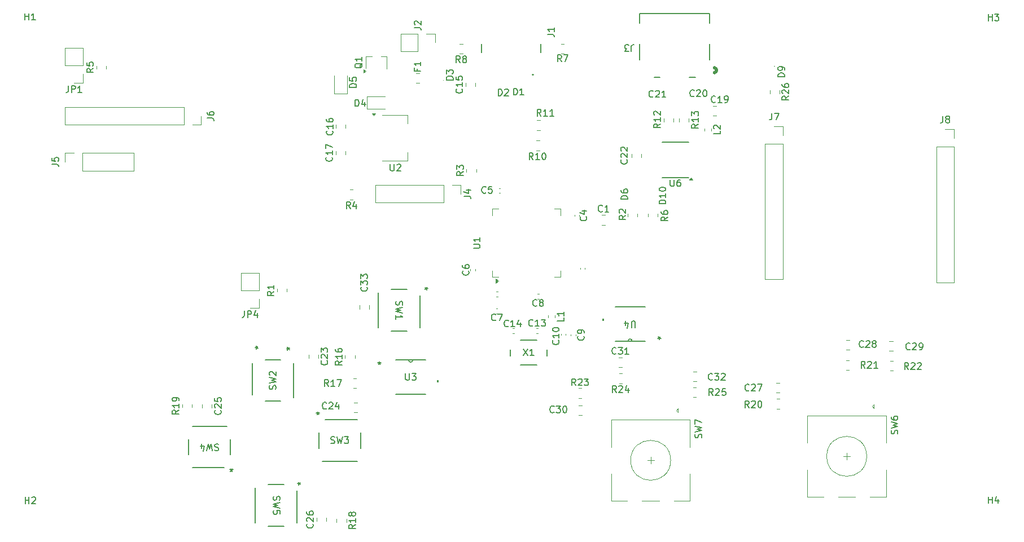
<source format=gbr>
%TF.GenerationSoftware,KiCad,Pcbnew,8.0.6*%
%TF.CreationDate,2024-12-27T13:10:45+11:00*%
%TF.ProjectId,drone_remote,64726f6e-655f-4726-956d-6f74652e6b69,rev?*%
%TF.SameCoordinates,Original*%
%TF.FileFunction,Legend,Top*%
%TF.FilePolarity,Positive*%
%FSLAX46Y46*%
G04 Gerber Fmt 4.6, Leading zero omitted, Abs format (unit mm)*
G04 Created by KiCad (PCBNEW 8.0.6) date 2024-12-27 13:10:45*
%MOMM*%
%LPD*%
G01*
G04 APERTURE LIST*
%ADD10C,0.150000*%
%ADD11C,0.120000*%
%ADD12C,0.000000*%
%ADD13C,0.152400*%
%ADD14C,0.100000*%
%ADD15C,0.508000*%
%ADD16C,0.200000*%
G04 APERTURE END LIST*
D10*
X123504819Y-80979166D02*
X123028628Y-81312499D01*
X123504819Y-81550594D02*
X122504819Y-81550594D01*
X122504819Y-81550594D02*
X122504819Y-81169642D01*
X122504819Y-81169642D02*
X122552438Y-81074404D01*
X122552438Y-81074404D02*
X122600057Y-81026785D01*
X122600057Y-81026785D02*
X122695295Y-80979166D01*
X122695295Y-80979166D02*
X122838152Y-80979166D01*
X122838152Y-80979166D02*
X122933390Y-81026785D01*
X122933390Y-81026785D02*
X122981009Y-81074404D01*
X122981009Y-81074404D02*
X123028628Y-81169642D01*
X123028628Y-81169642D02*
X123028628Y-81550594D01*
X122504819Y-80074404D02*
X122504819Y-80550594D01*
X122504819Y-80550594D02*
X122981009Y-80598213D01*
X122981009Y-80598213D02*
X122933390Y-80550594D01*
X122933390Y-80550594D02*
X122885771Y-80455356D01*
X122885771Y-80455356D02*
X122885771Y-80217261D01*
X122885771Y-80217261D02*
X122933390Y-80122023D01*
X122933390Y-80122023D02*
X122981009Y-80074404D01*
X122981009Y-80074404D02*
X123076247Y-80026785D01*
X123076247Y-80026785D02*
X123314342Y-80026785D01*
X123314342Y-80026785D02*
X123409580Y-80074404D01*
X123409580Y-80074404D02*
X123457200Y-80122023D01*
X123457200Y-80122023D02*
X123504819Y-80217261D01*
X123504819Y-80217261D02*
X123504819Y-80455356D01*
X123504819Y-80455356D02*
X123457200Y-80550594D01*
X123457200Y-80550594D02*
X123409580Y-80598213D01*
X213615248Y-85102246D02*
X213567629Y-85149866D01*
X213567629Y-85149866D02*
X213424772Y-85197485D01*
X213424772Y-85197485D02*
X213329534Y-85197485D01*
X213329534Y-85197485D02*
X213186677Y-85149866D01*
X213186677Y-85149866D02*
X213091439Y-85054627D01*
X213091439Y-85054627D02*
X213043820Y-84959389D01*
X213043820Y-84959389D02*
X212996201Y-84768913D01*
X212996201Y-84768913D02*
X212996201Y-84626056D01*
X212996201Y-84626056D02*
X213043820Y-84435580D01*
X213043820Y-84435580D02*
X213091439Y-84340342D01*
X213091439Y-84340342D02*
X213186677Y-84245104D01*
X213186677Y-84245104D02*
X213329534Y-84197485D01*
X213329534Y-84197485D02*
X213424772Y-84197485D01*
X213424772Y-84197485D02*
X213567629Y-84245104D01*
X213567629Y-84245104D02*
X213615248Y-84292723D01*
X213996201Y-84292723D02*
X214043820Y-84245104D01*
X214043820Y-84245104D02*
X214139058Y-84197485D01*
X214139058Y-84197485D02*
X214377153Y-84197485D01*
X214377153Y-84197485D02*
X214472391Y-84245104D01*
X214472391Y-84245104D02*
X214520010Y-84292723D01*
X214520010Y-84292723D02*
X214567629Y-84387961D01*
X214567629Y-84387961D02*
X214567629Y-84483199D01*
X214567629Y-84483199D02*
X214520010Y-84626056D01*
X214520010Y-84626056D02*
X213948582Y-85197485D01*
X213948582Y-85197485D02*
X214567629Y-85197485D01*
X215186677Y-84197485D02*
X215281915Y-84197485D01*
X215281915Y-84197485D02*
X215377153Y-84245104D01*
X215377153Y-84245104D02*
X215424772Y-84292723D01*
X215424772Y-84292723D02*
X215472391Y-84387961D01*
X215472391Y-84387961D02*
X215520010Y-84578437D01*
X215520010Y-84578437D02*
X215520010Y-84816532D01*
X215520010Y-84816532D02*
X215472391Y-85007008D01*
X215472391Y-85007008D02*
X215424772Y-85102246D01*
X215424772Y-85102246D02*
X215377153Y-85149866D01*
X215377153Y-85149866D02*
X215281915Y-85197485D01*
X215281915Y-85197485D02*
X215186677Y-85197485D01*
X215186677Y-85197485D02*
X215091439Y-85149866D01*
X215091439Y-85149866D02*
X215043820Y-85102246D01*
X215043820Y-85102246D02*
X214996201Y-85007008D01*
X214996201Y-85007008D02*
X214948582Y-84816532D01*
X214948582Y-84816532D02*
X214948582Y-84578437D01*
X214948582Y-84578437D02*
X214996201Y-84387961D01*
X214996201Y-84387961D02*
X215043820Y-84292723D01*
X215043820Y-84292723D02*
X215091439Y-84245104D01*
X215091439Y-84245104D02*
X215186677Y-84197485D01*
X203354819Y-103054166D02*
X202878628Y-103387499D01*
X203354819Y-103625594D02*
X202354819Y-103625594D01*
X202354819Y-103625594D02*
X202354819Y-103244642D01*
X202354819Y-103244642D02*
X202402438Y-103149404D01*
X202402438Y-103149404D02*
X202450057Y-103101785D01*
X202450057Y-103101785D02*
X202545295Y-103054166D01*
X202545295Y-103054166D02*
X202688152Y-103054166D01*
X202688152Y-103054166D02*
X202783390Y-103101785D01*
X202783390Y-103101785D02*
X202831009Y-103149404D01*
X202831009Y-103149404D02*
X202878628Y-103244642D01*
X202878628Y-103244642D02*
X202878628Y-103625594D01*
X202450057Y-102673213D02*
X202402438Y-102625594D01*
X202402438Y-102625594D02*
X202354819Y-102530356D01*
X202354819Y-102530356D02*
X202354819Y-102292261D01*
X202354819Y-102292261D02*
X202402438Y-102197023D01*
X202402438Y-102197023D02*
X202450057Y-102149404D01*
X202450057Y-102149404D02*
X202545295Y-102101785D01*
X202545295Y-102101785D02*
X202640533Y-102101785D01*
X202640533Y-102101785D02*
X202783390Y-102149404D01*
X202783390Y-102149404D02*
X203354819Y-102720832D01*
X203354819Y-102720832D02*
X203354819Y-102101785D01*
X163850057Y-80185238D02*
X163802438Y-80280476D01*
X163802438Y-80280476D02*
X163707200Y-80375714D01*
X163707200Y-80375714D02*
X163564342Y-80518571D01*
X163564342Y-80518571D02*
X163516723Y-80613809D01*
X163516723Y-80613809D02*
X163516723Y-80709047D01*
X163754819Y-80661428D02*
X163707200Y-80756666D01*
X163707200Y-80756666D02*
X163611961Y-80851904D01*
X163611961Y-80851904D02*
X163421485Y-80899523D01*
X163421485Y-80899523D02*
X163088152Y-80899523D01*
X163088152Y-80899523D02*
X162897676Y-80851904D01*
X162897676Y-80851904D02*
X162802438Y-80756666D01*
X162802438Y-80756666D02*
X162754819Y-80661428D01*
X162754819Y-80661428D02*
X162754819Y-80470952D01*
X162754819Y-80470952D02*
X162802438Y-80375714D01*
X162802438Y-80375714D02*
X162897676Y-80280476D01*
X162897676Y-80280476D02*
X163088152Y-80232857D01*
X163088152Y-80232857D02*
X163421485Y-80232857D01*
X163421485Y-80232857D02*
X163611961Y-80280476D01*
X163611961Y-80280476D02*
X163707200Y-80375714D01*
X163707200Y-80375714D02*
X163754819Y-80470952D01*
X163754819Y-80470952D02*
X163754819Y-80661428D01*
X163754819Y-79280476D02*
X163754819Y-79851904D01*
X163754819Y-79566190D02*
X162754819Y-79566190D01*
X162754819Y-79566190D02*
X162897676Y-79661428D01*
X162897676Y-79661428D02*
X162992914Y-79756666D01*
X162992914Y-79756666D02*
X163040533Y-79851904D01*
X246007142Y-123109580D02*
X245959523Y-123157200D01*
X245959523Y-123157200D02*
X245816666Y-123204819D01*
X245816666Y-123204819D02*
X245721428Y-123204819D01*
X245721428Y-123204819D02*
X245578571Y-123157200D01*
X245578571Y-123157200D02*
X245483333Y-123061961D01*
X245483333Y-123061961D02*
X245435714Y-122966723D01*
X245435714Y-122966723D02*
X245388095Y-122776247D01*
X245388095Y-122776247D02*
X245388095Y-122633390D01*
X245388095Y-122633390D02*
X245435714Y-122442914D01*
X245435714Y-122442914D02*
X245483333Y-122347676D01*
X245483333Y-122347676D02*
X245578571Y-122252438D01*
X245578571Y-122252438D02*
X245721428Y-122204819D01*
X245721428Y-122204819D02*
X245816666Y-122204819D01*
X245816666Y-122204819D02*
X245959523Y-122252438D01*
X245959523Y-122252438D02*
X246007142Y-122300057D01*
X246388095Y-122300057D02*
X246435714Y-122252438D01*
X246435714Y-122252438D02*
X246530952Y-122204819D01*
X246530952Y-122204819D02*
X246769047Y-122204819D01*
X246769047Y-122204819D02*
X246864285Y-122252438D01*
X246864285Y-122252438D02*
X246911904Y-122300057D01*
X246911904Y-122300057D02*
X246959523Y-122395295D01*
X246959523Y-122395295D02*
X246959523Y-122490533D01*
X246959523Y-122490533D02*
X246911904Y-122633390D01*
X246911904Y-122633390D02*
X246340476Y-123204819D01*
X246340476Y-123204819D02*
X246959523Y-123204819D01*
X247435714Y-123204819D02*
X247626190Y-123204819D01*
X247626190Y-123204819D02*
X247721428Y-123157200D01*
X247721428Y-123157200D02*
X247769047Y-123109580D01*
X247769047Y-123109580D02*
X247864285Y-122966723D01*
X247864285Y-122966723D02*
X247911904Y-122776247D01*
X247911904Y-122776247D02*
X247911904Y-122395295D01*
X247911904Y-122395295D02*
X247864285Y-122300057D01*
X247864285Y-122300057D02*
X247816666Y-122252438D01*
X247816666Y-122252438D02*
X247721428Y-122204819D01*
X247721428Y-122204819D02*
X247530952Y-122204819D01*
X247530952Y-122204819D02*
X247435714Y-122252438D01*
X247435714Y-122252438D02*
X247388095Y-122300057D01*
X247388095Y-122300057D02*
X247340476Y-122395295D01*
X247340476Y-122395295D02*
X247340476Y-122633390D01*
X247340476Y-122633390D02*
X247388095Y-122728628D01*
X247388095Y-122728628D02*
X247435714Y-122776247D01*
X247435714Y-122776247D02*
X247530952Y-122823866D01*
X247530952Y-122823866D02*
X247721428Y-122823866D01*
X247721428Y-122823866D02*
X247816666Y-122776247D01*
X247816666Y-122776247D02*
X247864285Y-122728628D01*
X247864285Y-122728628D02*
X247911904Y-122633390D01*
X178520833Y-80104819D02*
X178187500Y-79628628D01*
X177949405Y-80104819D02*
X177949405Y-79104819D01*
X177949405Y-79104819D02*
X178330357Y-79104819D01*
X178330357Y-79104819D02*
X178425595Y-79152438D01*
X178425595Y-79152438D02*
X178473214Y-79200057D01*
X178473214Y-79200057D02*
X178520833Y-79295295D01*
X178520833Y-79295295D02*
X178520833Y-79438152D01*
X178520833Y-79438152D02*
X178473214Y-79533390D01*
X178473214Y-79533390D02*
X178425595Y-79581009D01*
X178425595Y-79581009D02*
X178330357Y-79628628D01*
X178330357Y-79628628D02*
X177949405Y-79628628D01*
X179092262Y-79533390D02*
X178997024Y-79485771D01*
X178997024Y-79485771D02*
X178949405Y-79438152D01*
X178949405Y-79438152D02*
X178901786Y-79342914D01*
X178901786Y-79342914D02*
X178901786Y-79295295D01*
X178901786Y-79295295D02*
X178949405Y-79200057D01*
X178949405Y-79200057D02*
X178997024Y-79152438D01*
X178997024Y-79152438D02*
X179092262Y-79104819D01*
X179092262Y-79104819D02*
X179282738Y-79104819D01*
X179282738Y-79104819D02*
X179377976Y-79152438D01*
X179377976Y-79152438D02*
X179425595Y-79200057D01*
X179425595Y-79200057D02*
X179473214Y-79295295D01*
X179473214Y-79295295D02*
X179473214Y-79342914D01*
X179473214Y-79342914D02*
X179425595Y-79438152D01*
X179425595Y-79438152D02*
X179377976Y-79485771D01*
X179377976Y-79485771D02*
X179282738Y-79533390D01*
X179282738Y-79533390D02*
X179092262Y-79533390D01*
X179092262Y-79533390D02*
X178997024Y-79581009D01*
X178997024Y-79581009D02*
X178949405Y-79628628D01*
X178949405Y-79628628D02*
X178901786Y-79723866D01*
X178901786Y-79723866D02*
X178901786Y-79914342D01*
X178901786Y-79914342D02*
X178949405Y-80009580D01*
X178949405Y-80009580D02*
X178997024Y-80057200D01*
X178997024Y-80057200D02*
X179092262Y-80104819D01*
X179092262Y-80104819D02*
X179282738Y-80104819D01*
X179282738Y-80104819D02*
X179377976Y-80057200D01*
X179377976Y-80057200D02*
X179425595Y-80009580D01*
X179425595Y-80009580D02*
X179473214Y-79914342D01*
X179473214Y-79914342D02*
X179473214Y-79723866D01*
X179473214Y-79723866D02*
X179425595Y-79628628D01*
X179425595Y-79628628D02*
X179377976Y-79581009D01*
X179377976Y-79581009D02*
X179282738Y-79533390D01*
X146166666Y-117347319D02*
X146166666Y-118061604D01*
X146166666Y-118061604D02*
X146119047Y-118204461D01*
X146119047Y-118204461D02*
X146023809Y-118299700D01*
X146023809Y-118299700D02*
X145880952Y-118347319D01*
X145880952Y-118347319D02*
X145785714Y-118347319D01*
X146642857Y-118347319D02*
X146642857Y-117347319D01*
X146642857Y-117347319D02*
X147023809Y-117347319D01*
X147023809Y-117347319D02*
X147119047Y-117394938D01*
X147119047Y-117394938D02*
X147166666Y-117442557D01*
X147166666Y-117442557D02*
X147214285Y-117537795D01*
X147214285Y-117537795D02*
X147214285Y-117680652D01*
X147214285Y-117680652D02*
X147166666Y-117775890D01*
X147166666Y-117775890D02*
X147119047Y-117823509D01*
X147119047Y-117823509D02*
X147023809Y-117871128D01*
X147023809Y-117871128D02*
X146642857Y-117871128D01*
X148071428Y-117680652D02*
X148071428Y-118347319D01*
X147833333Y-117299700D02*
X147595238Y-118013985D01*
X147595238Y-118013985D02*
X148214285Y-118013985D01*
X245769642Y-126154819D02*
X245436309Y-125678628D01*
X245198214Y-126154819D02*
X245198214Y-125154819D01*
X245198214Y-125154819D02*
X245579166Y-125154819D01*
X245579166Y-125154819D02*
X245674404Y-125202438D01*
X245674404Y-125202438D02*
X245722023Y-125250057D01*
X245722023Y-125250057D02*
X245769642Y-125345295D01*
X245769642Y-125345295D02*
X245769642Y-125488152D01*
X245769642Y-125488152D02*
X245722023Y-125583390D01*
X245722023Y-125583390D02*
X245674404Y-125631009D01*
X245674404Y-125631009D02*
X245579166Y-125678628D01*
X245579166Y-125678628D02*
X245198214Y-125678628D01*
X246150595Y-125250057D02*
X246198214Y-125202438D01*
X246198214Y-125202438D02*
X246293452Y-125154819D01*
X246293452Y-125154819D02*
X246531547Y-125154819D01*
X246531547Y-125154819D02*
X246626785Y-125202438D01*
X246626785Y-125202438D02*
X246674404Y-125250057D01*
X246674404Y-125250057D02*
X246722023Y-125345295D01*
X246722023Y-125345295D02*
X246722023Y-125440533D01*
X246722023Y-125440533D02*
X246674404Y-125583390D01*
X246674404Y-125583390D02*
X246102976Y-126154819D01*
X246102976Y-126154819D02*
X246722023Y-126154819D01*
X247102976Y-125250057D02*
X247150595Y-125202438D01*
X247150595Y-125202438D02*
X247245833Y-125154819D01*
X247245833Y-125154819D02*
X247483928Y-125154819D01*
X247483928Y-125154819D02*
X247579166Y-125202438D01*
X247579166Y-125202438D02*
X247626785Y-125250057D01*
X247626785Y-125250057D02*
X247674404Y-125345295D01*
X247674404Y-125345295D02*
X247674404Y-125440533D01*
X247674404Y-125440533D02*
X247626785Y-125583390D01*
X247626785Y-125583390D02*
X247055357Y-126154819D01*
X247055357Y-126154819D02*
X247674404Y-126154819D01*
X221857142Y-129284580D02*
X221809523Y-129332200D01*
X221809523Y-129332200D02*
X221666666Y-129379819D01*
X221666666Y-129379819D02*
X221571428Y-129379819D01*
X221571428Y-129379819D02*
X221428571Y-129332200D01*
X221428571Y-129332200D02*
X221333333Y-129236961D01*
X221333333Y-129236961D02*
X221285714Y-129141723D01*
X221285714Y-129141723D02*
X221238095Y-128951247D01*
X221238095Y-128951247D02*
X221238095Y-128808390D01*
X221238095Y-128808390D02*
X221285714Y-128617914D01*
X221285714Y-128617914D02*
X221333333Y-128522676D01*
X221333333Y-128522676D02*
X221428571Y-128427438D01*
X221428571Y-128427438D02*
X221571428Y-128379819D01*
X221571428Y-128379819D02*
X221666666Y-128379819D01*
X221666666Y-128379819D02*
X221809523Y-128427438D01*
X221809523Y-128427438D02*
X221857142Y-128475057D01*
X222238095Y-128475057D02*
X222285714Y-128427438D01*
X222285714Y-128427438D02*
X222380952Y-128379819D01*
X222380952Y-128379819D02*
X222619047Y-128379819D01*
X222619047Y-128379819D02*
X222714285Y-128427438D01*
X222714285Y-128427438D02*
X222761904Y-128475057D01*
X222761904Y-128475057D02*
X222809523Y-128570295D01*
X222809523Y-128570295D02*
X222809523Y-128665533D01*
X222809523Y-128665533D02*
X222761904Y-128808390D01*
X222761904Y-128808390D02*
X222190476Y-129379819D01*
X222190476Y-129379819D02*
X222809523Y-129379819D01*
X223142857Y-128379819D02*
X223809523Y-128379819D01*
X223809523Y-128379819D02*
X223380952Y-129379819D01*
X170338095Y-126754819D02*
X170338095Y-127564342D01*
X170338095Y-127564342D02*
X170385714Y-127659580D01*
X170385714Y-127659580D02*
X170433333Y-127707200D01*
X170433333Y-127707200D02*
X170528571Y-127754819D01*
X170528571Y-127754819D02*
X170719047Y-127754819D01*
X170719047Y-127754819D02*
X170814285Y-127707200D01*
X170814285Y-127707200D02*
X170861904Y-127659580D01*
X170861904Y-127659580D02*
X170909523Y-127564342D01*
X170909523Y-127564342D02*
X170909523Y-126754819D01*
X171290476Y-126754819D02*
X171909523Y-126754819D01*
X171909523Y-126754819D02*
X171576190Y-127135771D01*
X171576190Y-127135771D02*
X171719047Y-127135771D01*
X171719047Y-127135771D02*
X171814285Y-127183390D01*
X171814285Y-127183390D02*
X171861904Y-127231009D01*
X171861904Y-127231009D02*
X171909523Y-127326247D01*
X171909523Y-127326247D02*
X171909523Y-127564342D01*
X171909523Y-127564342D02*
X171861904Y-127659580D01*
X171861904Y-127659580D02*
X171814285Y-127707200D01*
X171814285Y-127707200D02*
X171719047Y-127754819D01*
X171719047Y-127754819D02*
X171433333Y-127754819D01*
X171433333Y-127754819D02*
X171338095Y-127707200D01*
X171338095Y-127707200D02*
X171290476Y-127659580D01*
X166419400Y-125004820D02*
X166419400Y-125242915D01*
X166181305Y-125147677D02*
X166419400Y-125242915D01*
X166419400Y-125242915D02*
X166657495Y-125147677D01*
X166276543Y-125433391D02*
X166419400Y-125242915D01*
X166419400Y-125242915D02*
X166562257Y-125433391D01*
X178779580Y-84042857D02*
X178827200Y-84090476D01*
X178827200Y-84090476D02*
X178874819Y-84233333D01*
X178874819Y-84233333D02*
X178874819Y-84328571D01*
X178874819Y-84328571D02*
X178827200Y-84471428D01*
X178827200Y-84471428D02*
X178731961Y-84566666D01*
X178731961Y-84566666D02*
X178636723Y-84614285D01*
X178636723Y-84614285D02*
X178446247Y-84661904D01*
X178446247Y-84661904D02*
X178303390Y-84661904D01*
X178303390Y-84661904D02*
X178112914Y-84614285D01*
X178112914Y-84614285D02*
X178017676Y-84566666D01*
X178017676Y-84566666D02*
X177922438Y-84471428D01*
X177922438Y-84471428D02*
X177874819Y-84328571D01*
X177874819Y-84328571D02*
X177874819Y-84233333D01*
X177874819Y-84233333D02*
X177922438Y-84090476D01*
X177922438Y-84090476D02*
X177970057Y-84042857D01*
X178874819Y-83090476D02*
X178874819Y-83661904D01*
X178874819Y-83376190D02*
X177874819Y-83376190D01*
X177874819Y-83376190D02*
X178017676Y-83471428D01*
X178017676Y-83471428D02*
X178112914Y-83566666D01*
X178112914Y-83566666D02*
X178160533Y-83661904D01*
X177874819Y-82185714D02*
X177874819Y-82661904D01*
X177874819Y-82661904D02*
X178351009Y-82709523D01*
X178351009Y-82709523D02*
X178303390Y-82661904D01*
X178303390Y-82661904D02*
X178255771Y-82566666D01*
X178255771Y-82566666D02*
X178255771Y-82328571D01*
X178255771Y-82328571D02*
X178303390Y-82233333D01*
X178303390Y-82233333D02*
X178351009Y-82185714D01*
X178351009Y-82185714D02*
X178446247Y-82138095D01*
X178446247Y-82138095D02*
X178684342Y-82138095D01*
X178684342Y-82138095D02*
X178779580Y-82185714D01*
X178779580Y-82185714D02*
X178827200Y-82233333D01*
X178827200Y-82233333D02*
X178874819Y-82328571D01*
X178874819Y-82328571D02*
X178874819Y-82566666D01*
X178874819Y-82566666D02*
X178827200Y-82661904D01*
X178827200Y-82661904D02*
X178779580Y-82709523D01*
X217554819Y-90316666D02*
X217554819Y-90792856D01*
X217554819Y-90792856D02*
X216554819Y-90792856D01*
X216650057Y-90030951D02*
X216602438Y-89983332D01*
X216602438Y-89983332D02*
X216554819Y-89888094D01*
X216554819Y-89888094D02*
X216554819Y-89649999D01*
X216554819Y-89649999D02*
X216602438Y-89554761D01*
X216602438Y-89554761D02*
X216650057Y-89507142D01*
X216650057Y-89507142D02*
X216745295Y-89459523D01*
X216745295Y-89459523D02*
X216840533Y-89459523D01*
X216840533Y-89459523D02*
X216983390Y-89507142D01*
X216983390Y-89507142D02*
X217554819Y-90078570D01*
X217554819Y-90078570D02*
X217554819Y-89459523D01*
X142589580Y-132292857D02*
X142637200Y-132340476D01*
X142637200Y-132340476D02*
X142684819Y-132483333D01*
X142684819Y-132483333D02*
X142684819Y-132578571D01*
X142684819Y-132578571D02*
X142637200Y-132721428D01*
X142637200Y-132721428D02*
X142541961Y-132816666D01*
X142541961Y-132816666D02*
X142446723Y-132864285D01*
X142446723Y-132864285D02*
X142256247Y-132911904D01*
X142256247Y-132911904D02*
X142113390Y-132911904D01*
X142113390Y-132911904D02*
X141922914Y-132864285D01*
X141922914Y-132864285D02*
X141827676Y-132816666D01*
X141827676Y-132816666D02*
X141732438Y-132721428D01*
X141732438Y-132721428D02*
X141684819Y-132578571D01*
X141684819Y-132578571D02*
X141684819Y-132483333D01*
X141684819Y-132483333D02*
X141732438Y-132340476D01*
X141732438Y-132340476D02*
X141780057Y-132292857D01*
X141780057Y-131911904D02*
X141732438Y-131864285D01*
X141732438Y-131864285D02*
X141684819Y-131769047D01*
X141684819Y-131769047D02*
X141684819Y-131530952D01*
X141684819Y-131530952D02*
X141732438Y-131435714D01*
X141732438Y-131435714D02*
X141780057Y-131388095D01*
X141780057Y-131388095D02*
X141875295Y-131340476D01*
X141875295Y-131340476D02*
X141970533Y-131340476D01*
X141970533Y-131340476D02*
X142113390Y-131388095D01*
X142113390Y-131388095D02*
X142684819Y-131959523D01*
X142684819Y-131959523D02*
X142684819Y-131340476D01*
X141684819Y-130435714D02*
X141684819Y-130911904D01*
X141684819Y-130911904D02*
X142161009Y-130959523D01*
X142161009Y-130959523D02*
X142113390Y-130911904D01*
X142113390Y-130911904D02*
X142065771Y-130816666D01*
X142065771Y-130816666D02*
X142065771Y-130578571D01*
X142065771Y-130578571D02*
X142113390Y-130483333D01*
X142113390Y-130483333D02*
X142161009Y-130435714D01*
X142161009Y-130435714D02*
X142256247Y-130388095D01*
X142256247Y-130388095D02*
X142494342Y-130388095D01*
X142494342Y-130388095D02*
X142589580Y-130435714D01*
X142589580Y-130435714D02*
X142637200Y-130483333D01*
X142637200Y-130483333D02*
X142684819Y-130578571D01*
X142684819Y-130578571D02*
X142684819Y-130816666D01*
X142684819Y-130816666D02*
X142637200Y-130911904D01*
X142637200Y-130911904D02*
X142589580Y-130959523D01*
X150856600Y-129133333D02*
X150904219Y-128990476D01*
X150904219Y-128990476D02*
X150904219Y-128752381D01*
X150904219Y-128752381D02*
X150856600Y-128657143D01*
X150856600Y-128657143D02*
X150808980Y-128609524D01*
X150808980Y-128609524D02*
X150713742Y-128561905D01*
X150713742Y-128561905D02*
X150618504Y-128561905D01*
X150618504Y-128561905D02*
X150523266Y-128609524D01*
X150523266Y-128609524D02*
X150475647Y-128657143D01*
X150475647Y-128657143D02*
X150428028Y-128752381D01*
X150428028Y-128752381D02*
X150380409Y-128942857D01*
X150380409Y-128942857D02*
X150332790Y-129038095D01*
X150332790Y-129038095D02*
X150285171Y-129085714D01*
X150285171Y-129085714D02*
X150189933Y-129133333D01*
X150189933Y-129133333D02*
X150094695Y-129133333D01*
X150094695Y-129133333D02*
X149999457Y-129085714D01*
X149999457Y-129085714D02*
X149951838Y-129038095D01*
X149951838Y-129038095D02*
X149904219Y-128942857D01*
X149904219Y-128942857D02*
X149904219Y-128704762D01*
X149904219Y-128704762D02*
X149951838Y-128561905D01*
X149904219Y-128228571D02*
X150904219Y-127990476D01*
X150904219Y-127990476D02*
X150189933Y-127800000D01*
X150189933Y-127800000D02*
X150904219Y-127609524D01*
X150904219Y-127609524D02*
X149904219Y-127371429D01*
X149999457Y-127038095D02*
X149951838Y-126990476D01*
X149951838Y-126990476D02*
X149904219Y-126895238D01*
X149904219Y-126895238D02*
X149904219Y-126657143D01*
X149904219Y-126657143D02*
X149951838Y-126561905D01*
X149951838Y-126561905D02*
X149999457Y-126514286D01*
X149999457Y-126514286D02*
X150094695Y-126466667D01*
X150094695Y-126466667D02*
X150189933Y-126466667D01*
X150189933Y-126466667D02*
X150332790Y-126514286D01*
X150332790Y-126514286D02*
X150904219Y-127085714D01*
X150904219Y-127085714D02*
X150904219Y-126466667D01*
X147774219Y-122850000D02*
X148012314Y-122850000D01*
X147917076Y-123088095D02*
X148012314Y-122850000D01*
X148012314Y-122850000D02*
X147917076Y-122611905D01*
X148202790Y-122992857D02*
X148012314Y-122850000D01*
X148012314Y-122850000D02*
X148202790Y-122707143D01*
X152474219Y-123050000D02*
X152712314Y-123050000D01*
X152617076Y-123288095D02*
X152712314Y-123050000D01*
X152712314Y-123050000D02*
X152617076Y-122811905D01*
X152902790Y-123192857D02*
X152712314Y-123050000D01*
X152712314Y-123050000D02*
X152902790Y-122907143D01*
X179004819Y-96466666D02*
X178528628Y-96799999D01*
X179004819Y-97038094D02*
X178004819Y-97038094D01*
X178004819Y-97038094D02*
X178004819Y-96657142D01*
X178004819Y-96657142D02*
X178052438Y-96561904D01*
X178052438Y-96561904D02*
X178100057Y-96514285D01*
X178100057Y-96514285D02*
X178195295Y-96466666D01*
X178195295Y-96466666D02*
X178338152Y-96466666D01*
X178338152Y-96466666D02*
X178433390Y-96514285D01*
X178433390Y-96514285D02*
X178481009Y-96561904D01*
X178481009Y-96561904D02*
X178528628Y-96657142D01*
X178528628Y-96657142D02*
X178528628Y-97038094D01*
X178004819Y-96133332D02*
X178004819Y-95514285D01*
X178004819Y-95514285D02*
X178385771Y-95847618D01*
X178385771Y-95847618D02*
X178385771Y-95704761D01*
X178385771Y-95704761D02*
X178433390Y-95609523D01*
X178433390Y-95609523D02*
X178481009Y-95561904D01*
X178481009Y-95561904D02*
X178576247Y-95514285D01*
X178576247Y-95514285D02*
X178814342Y-95514285D01*
X178814342Y-95514285D02*
X178909580Y-95561904D01*
X178909580Y-95561904D02*
X178957200Y-95609523D01*
X178957200Y-95609523D02*
X179004819Y-95704761D01*
X179004819Y-95704761D02*
X179004819Y-95990475D01*
X179004819Y-95990475D02*
X178957200Y-96085713D01*
X178957200Y-96085713D02*
X178909580Y-96133332D01*
X182383333Y-99609580D02*
X182335714Y-99657200D01*
X182335714Y-99657200D02*
X182192857Y-99704819D01*
X182192857Y-99704819D02*
X182097619Y-99704819D01*
X182097619Y-99704819D02*
X181954762Y-99657200D01*
X181954762Y-99657200D02*
X181859524Y-99561961D01*
X181859524Y-99561961D02*
X181811905Y-99466723D01*
X181811905Y-99466723D02*
X181764286Y-99276247D01*
X181764286Y-99276247D02*
X181764286Y-99133390D01*
X181764286Y-99133390D02*
X181811905Y-98942914D01*
X181811905Y-98942914D02*
X181859524Y-98847676D01*
X181859524Y-98847676D02*
X181954762Y-98752438D01*
X181954762Y-98752438D02*
X182097619Y-98704819D01*
X182097619Y-98704819D02*
X182192857Y-98704819D01*
X182192857Y-98704819D02*
X182335714Y-98752438D01*
X182335714Y-98752438D02*
X182383333Y-98800057D01*
X183288095Y-98704819D02*
X182811905Y-98704819D01*
X182811905Y-98704819D02*
X182764286Y-99181009D01*
X182764286Y-99181009D02*
X182811905Y-99133390D01*
X182811905Y-99133390D02*
X182907143Y-99085771D01*
X182907143Y-99085771D02*
X183145238Y-99085771D01*
X183145238Y-99085771D02*
X183240476Y-99133390D01*
X183240476Y-99133390D02*
X183288095Y-99181009D01*
X183288095Y-99181009D02*
X183335714Y-99276247D01*
X183335714Y-99276247D02*
X183335714Y-99514342D01*
X183335714Y-99514342D02*
X183288095Y-99609580D01*
X183288095Y-99609580D02*
X183240476Y-99657200D01*
X183240476Y-99657200D02*
X183145238Y-99704819D01*
X183145238Y-99704819D02*
X182907143Y-99704819D01*
X182907143Y-99704819D02*
X182811905Y-99657200D01*
X182811905Y-99657200D02*
X182764286Y-99609580D01*
X194054819Y-118366666D02*
X194054819Y-118842856D01*
X194054819Y-118842856D02*
X193054819Y-118842856D01*
X194054819Y-117509523D02*
X194054819Y-118080951D01*
X194054819Y-117795237D02*
X193054819Y-117795237D01*
X193054819Y-117795237D02*
X193197676Y-117890475D01*
X193197676Y-117890475D02*
X193292914Y-117985713D01*
X193292914Y-117985713D02*
X193340533Y-118080951D01*
X117284819Y-95333333D02*
X117999104Y-95333333D01*
X117999104Y-95333333D02*
X118141961Y-95380952D01*
X118141961Y-95380952D02*
X118237200Y-95476190D01*
X118237200Y-95476190D02*
X118284819Y-95619047D01*
X118284819Y-95619047D02*
X118284819Y-95714285D01*
X117284819Y-94380952D02*
X117284819Y-94857142D01*
X117284819Y-94857142D02*
X117761009Y-94904761D01*
X117761009Y-94904761D02*
X117713390Y-94857142D01*
X117713390Y-94857142D02*
X117665771Y-94761904D01*
X117665771Y-94761904D02*
X117665771Y-94523809D01*
X117665771Y-94523809D02*
X117713390Y-94428571D01*
X117713390Y-94428571D02*
X117761009Y-94380952D01*
X117761009Y-94380952D02*
X117856247Y-94333333D01*
X117856247Y-94333333D02*
X118094342Y-94333333D01*
X118094342Y-94333333D02*
X118189580Y-94380952D01*
X118189580Y-94380952D02*
X118237200Y-94428571D01*
X118237200Y-94428571D02*
X118284819Y-94523809D01*
X118284819Y-94523809D02*
X118284819Y-94761904D01*
X118284819Y-94761904D02*
X118237200Y-94857142D01*
X118237200Y-94857142D02*
X118189580Y-94904761D01*
X250923772Y-88134085D02*
X250923772Y-88848370D01*
X250923772Y-88848370D02*
X250876153Y-88991227D01*
X250876153Y-88991227D02*
X250780915Y-89086466D01*
X250780915Y-89086466D02*
X250638058Y-89134085D01*
X250638058Y-89134085D02*
X250542820Y-89134085D01*
X251542820Y-88562656D02*
X251447582Y-88515037D01*
X251447582Y-88515037D02*
X251399963Y-88467418D01*
X251399963Y-88467418D02*
X251352344Y-88372180D01*
X251352344Y-88372180D02*
X251352344Y-88324561D01*
X251352344Y-88324561D02*
X251399963Y-88229323D01*
X251399963Y-88229323D02*
X251447582Y-88181704D01*
X251447582Y-88181704D02*
X251542820Y-88134085D01*
X251542820Y-88134085D02*
X251733296Y-88134085D01*
X251733296Y-88134085D02*
X251828534Y-88181704D01*
X251828534Y-88181704D02*
X251876153Y-88229323D01*
X251876153Y-88229323D02*
X251923772Y-88324561D01*
X251923772Y-88324561D02*
X251923772Y-88372180D01*
X251923772Y-88372180D02*
X251876153Y-88467418D01*
X251876153Y-88467418D02*
X251828534Y-88515037D01*
X251828534Y-88515037D02*
X251733296Y-88562656D01*
X251733296Y-88562656D02*
X251542820Y-88562656D01*
X251542820Y-88562656D02*
X251447582Y-88610275D01*
X251447582Y-88610275D02*
X251399963Y-88657894D01*
X251399963Y-88657894D02*
X251352344Y-88753132D01*
X251352344Y-88753132D02*
X251352344Y-88943608D01*
X251352344Y-88943608D02*
X251399963Y-89038846D01*
X251399963Y-89038846D02*
X251447582Y-89086466D01*
X251447582Y-89086466D02*
X251542820Y-89134085D01*
X251542820Y-89134085D02*
X251733296Y-89134085D01*
X251733296Y-89134085D02*
X251828534Y-89086466D01*
X251828534Y-89086466D02*
X251876153Y-89038846D01*
X251876153Y-89038846D02*
X251923772Y-88943608D01*
X251923772Y-88943608D02*
X251923772Y-88753132D01*
X251923772Y-88753132D02*
X251876153Y-88657894D01*
X251876153Y-88657894D02*
X251828534Y-88610275D01*
X251828534Y-88610275D02*
X251733296Y-88562656D01*
X201944642Y-129604819D02*
X201611309Y-129128628D01*
X201373214Y-129604819D02*
X201373214Y-128604819D01*
X201373214Y-128604819D02*
X201754166Y-128604819D01*
X201754166Y-128604819D02*
X201849404Y-128652438D01*
X201849404Y-128652438D02*
X201897023Y-128700057D01*
X201897023Y-128700057D02*
X201944642Y-128795295D01*
X201944642Y-128795295D02*
X201944642Y-128938152D01*
X201944642Y-128938152D02*
X201897023Y-129033390D01*
X201897023Y-129033390D02*
X201849404Y-129081009D01*
X201849404Y-129081009D02*
X201754166Y-129128628D01*
X201754166Y-129128628D02*
X201373214Y-129128628D01*
X202325595Y-128700057D02*
X202373214Y-128652438D01*
X202373214Y-128652438D02*
X202468452Y-128604819D01*
X202468452Y-128604819D02*
X202706547Y-128604819D01*
X202706547Y-128604819D02*
X202801785Y-128652438D01*
X202801785Y-128652438D02*
X202849404Y-128700057D01*
X202849404Y-128700057D02*
X202897023Y-128795295D01*
X202897023Y-128795295D02*
X202897023Y-128890533D01*
X202897023Y-128890533D02*
X202849404Y-129033390D01*
X202849404Y-129033390D02*
X202277976Y-129604819D01*
X202277976Y-129604819D02*
X202897023Y-129604819D01*
X203754166Y-128938152D02*
X203754166Y-129604819D01*
X203516071Y-128557200D02*
X203277976Y-129271485D01*
X203277976Y-129271485D02*
X203897023Y-129271485D01*
X164509580Y-113792857D02*
X164557200Y-113840476D01*
X164557200Y-113840476D02*
X164604819Y-113983333D01*
X164604819Y-113983333D02*
X164604819Y-114078571D01*
X164604819Y-114078571D02*
X164557200Y-114221428D01*
X164557200Y-114221428D02*
X164461961Y-114316666D01*
X164461961Y-114316666D02*
X164366723Y-114364285D01*
X164366723Y-114364285D02*
X164176247Y-114411904D01*
X164176247Y-114411904D02*
X164033390Y-114411904D01*
X164033390Y-114411904D02*
X163842914Y-114364285D01*
X163842914Y-114364285D02*
X163747676Y-114316666D01*
X163747676Y-114316666D02*
X163652438Y-114221428D01*
X163652438Y-114221428D02*
X163604819Y-114078571D01*
X163604819Y-114078571D02*
X163604819Y-113983333D01*
X163604819Y-113983333D02*
X163652438Y-113840476D01*
X163652438Y-113840476D02*
X163700057Y-113792857D01*
X163604819Y-113459523D02*
X163604819Y-112840476D01*
X163604819Y-112840476D02*
X163985771Y-113173809D01*
X163985771Y-113173809D02*
X163985771Y-113030952D01*
X163985771Y-113030952D02*
X164033390Y-112935714D01*
X164033390Y-112935714D02*
X164081009Y-112888095D01*
X164081009Y-112888095D02*
X164176247Y-112840476D01*
X164176247Y-112840476D02*
X164414342Y-112840476D01*
X164414342Y-112840476D02*
X164509580Y-112888095D01*
X164509580Y-112888095D02*
X164557200Y-112935714D01*
X164557200Y-112935714D02*
X164604819Y-113030952D01*
X164604819Y-113030952D02*
X164604819Y-113316666D01*
X164604819Y-113316666D02*
X164557200Y-113411904D01*
X164557200Y-113411904D02*
X164509580Y-113459523D01*
X163604819Y-112507142D02*
X163604819Y-111888095D01*
X163604819Y-111888095D02*
X163985771Y-112221428D01*
X163985771Y-112221428D02*
X163985771Y-112078571D01*
X163985771Y-112078571D02*
X164033390Y-111983333D01*
X164033390Y-111983333D02*
X164081009Y-111935714D01*
X164081009Y-111935714D02*
X164176247Y-111888095D01*
X164176247Y-111888095D02*
X164414342Y-111888095D01*
X164414342Y-111888095D02*
X164509580Y-111935714D01*
X164509580Y-111935714D02*
X164557200Y-111983333D01*
X164557200Y-111983333D02*
X164604819Y-112078571D01*
X164604819Y-112078571D02*
X164604819Y-112364285D01*
X164604819Y-112364285D02*
X164557200Y-112459523D01*
X164557200Y-112459523D02*
X164509580Y-112507142D01*
X214247925Y-89355523D02*
X213771734Y-89688856D01*
X214247925Y-89926951D02*
X213247925Y-89926951D01*
X213247925Y-89926951D02*
X213247925Y-89545999D01*
X213247925Y-89545999D02*
X213295544Y-89450761D01*
X213295544Y-89450761D02*
X213343163Y-89403142D01*
X213343163Y-89403142D02*
X213438401Y-89355523D01*
X213438401Y-89355523D02*
X213581258Y-89355523D01*
X213581258Y-89355523D02*
X213676496Y-89403142D01*
X213676496Y-89403142D02*
X213724115Y-89450761D01*
X213724115Y-89450761D02*
X213771734Y-89545999D01*
X213771734Y-89545999D02*
X213771734Y-89926951D01*
X214247925Y-88403142D02*
X214247925Y-88974570D01*
X214247925Y-88688856D02*
X213247925Y-88688856D01*
X213247925Y-88688856D02*
X213390782Y-88784094D01*
X213390782Y-88784094D02*
X213486020Y-88879332D01*
X213486020Y-88879332D02*
X213533639Y-88974570D01*
X213247925Y-88069808D02*
X213247925Y-87450761D01*
X213247925Y-87450761D02*
X213628877Y-87784094D01*
X213628877Y-87784094D02*
X213628877Y-87641237D01*
X213628877Y-87641237D02*
X213676496Y-87545999D01*
X213676496Y-87545999D02*
X213724115Y-87498380D01*
X213724115Y-87498380D02*
X213819353Y-87450761D01*
X213819353Y-87450761D02*
X214057448Y-87450761D01*
X214057448Y-87450761D02*
X214152686Y-87498380D01*
X214152686Y-87498380D02*
X214200306Y-87545999D01*
X214200306Y-87545999D02*
X214247925Y-87641237D01*
X214247925Y-87641237D02*
X214247925Y-87926951D01*
X214247925Y-87926951D02*
X214200306Y-88022189D01*
X214200306Y-88022189D02*
X214152686Y-88069808D01*
X159116068Y-137207201D02*
X159258925Y-137254820D01*
X159258925Y-137254820D02*
X159497020Y-137254820D01*
X159497020Y-137254820D02*
X159592258Y-137207201D01*
X159592258Y-137207201D02*
X159639877Y-137159581D01*
X159639877Y-137159581D02*
X159687496Y-137064343D01*
X159687496Y-137064343D02*
X159687496Y-136969105D01*
X159687496Y-136969105D02*
X159639877Y-136873867D01*
X159639877Y-136873867D02*
X159592258Y-136826248D01*
X159592258Y-136826248D02*
X159497020Y-136778629D01*
X159497020Y-136778629D02*
X159306544Y-136731010D01*
X159306544Y-136731010D02*
X159211306Y-136683391D01*
X159211306Y-136683391D02*
X159163687Y-136635772D01*
X159163687Y-136635772D02*
X159116068Y-136540534D01*
X159116068Y-136540534D02*
X159116068Y-136445296D01*
X159116068Y-136445296D02*
X159163687Y-136350058D01*
X159163687Y-136350058D02*
X159211306Y-136302439D01*
X159211306Y-136302439D02*
X159306544Y-136254820D01*
X159306544Y-136254820D02*
X159544639Y-136254820D01*
X159544639Y-136254820D02*
X159687496Y-136302439D01*
X160020830Y-136254820D02*
X160258925Y-137254820D01*
X160258925Y-137254820D02*
X160449401Y-136540534D01*
X160449401Y-136540534D02*
X160639877Y-137254820D01*
X160639877Y-137254820D02*
X160877973Y-136254820D01*
X161163687Y-136254820D02*
X161782734Y-136254820D01*
X161782734Y-136254820D02*
X161449401Y-136635772D01*
X161449401Y-136635772D02*
X161592258Y-136635772D01*
X161592258Y-136635772D02*
X161687496Y-136683391D01*
X161687496Y-136683391D02*
X161735115Y-136731010D01*
X161735115Y-136731010D02*
X161782734Y-136826248D01*
X161782734Y-136826248D02*
X161782734Y-137064343D01*
X161782734Y-137064343D02*
X161735115Y-137159581D01*
X161735115Y-137159581D02*
X161687496Y-137207201D01*
X161687496Y-137207201D02*
X161592258Y-137254820D01*
X161592258Y-137254820D02*
X161306544Y-137254820D01*
X161306544Y-137254820D02*
X161211306Y-137207201D01*
X161211306Y-137207201D02*
X161163687Y-137159581D01*
X157199401Y-132493520D02*
X157199401Y-132731615D01*
X156961306Y-132636377D02*
X157199401Y-132731615D01*
X157199401Y-132731615D02*
X157437496Y-132636377D01*
X157056544Y-132922091D02*
X157199401Y-132731615D01*
X157199401Y-132731615D02*
X157342258Y-132922091D01*
X208547925Y-89285523D02*
X208071734Y-89618856D01*
X208547925Y-89856951D02*
X207547925Y-89856951D01*
X207547925Y-89856951D02*
X207547925Y-89475999D01*
X207547925Y-89475999D02*
X207595544Y-89380761D01*
X207595544Y-89380761D02*
X207643163Y-89333142D01*
X207643163Y-89333142D02*
X207738401Y-89285523D01*
X207738401Y-89285523D02*
X207881258Y-89285523D01*
X207881258Y-89285523D02*
X207976496Y-89333142D01*
X207976496Y-89333142D02*
X208024115Y-89380761D01*
X208024115Y-89380761D02*
X208071734Y-89475999D01*
X208071734Y-89475999D02*
X208071734Y-89856951D01*
X208547925Y-88333142D02*
X208547925Y-88904570D01*
X208547925Y-88618856D02*
X207547925Y-88618856D01*
X207547925Y-88618856D02*
X207690782Y-88714094D01*
X207690782Y-88714094D02*
X207786020Y-88809332D01*
X207786020Y-88809332D02*
X207833639Y-88904570D01*
X207643163Y-87952189D02*
X207595544Y-87904570D01*
X207595544Y-87904570D02*
X207547925Y-87809332D01*
X207547925Y-87809332D02*
X207547925Y-87571237D01*
X207547925Y-87571237D02*
X207595544Y-87475999D01*
X207595544Y-87475999D02*
X207643163Y-87428380D01*
X207643163Y-87428380D02*
X207738401Y-87380761D01*
X207738401Y-87380761D02*
X207833639Y-87380761D01*
X207833639Y-87380761D02*
X207976496Y-87428380D01*
X207976496Y-87428380D02*
X208547925Y-87999808D01*
X208547925Y-87999808D02*
X208547925Y-87380761D01*
X171654819Y-74833333D02*
X172369104Y-74833333D01*
X172369104Y-74833333D02*
X172511961Y-74880952D01*
X172511961Y-74880952D02*
X172607200Y-74976190D01*
X172607200Y-74976190D02*
X172654819Y-75119047D01*
X172654819Y-75119047D02*
X172654819Y-75214285D01*
X171750057Y-74404761D02*
X171702438Y-74357142D01*
X171702438Y-74357142D02*
X171654819Y-74261904D01*
X171654819Y-74261904D02*
X171654819Y-74023809D01*
X171654819Y-74023809D02*
X171702438Y-73928571D01*
X171702438Y-73928571D02*
X171750057Y-73880952D01*
X171750057Y-73880952D02*
X171845295Y-73833333D01*
X171845295Y-73833333D02*
X171940533Y-73833333D01*
X171940533Y-73833333D02*
X172083390Y-73880952D01*
X172083390Y-73880952D02*
X172654819Y-74452380D01*
X172654819Y-74452380D02*
X172654819Y-73833333D01*
X201907142Y-123779580D02*
X201859523Y-123827200D01*
X201859523Y-123827200D02*
X201716666Y-123874819D01*
X201716666Y-123874819D02*
X201621428Y-123874819D01*
X201621428Y-123874819D02*
X201478571Y-123827200D01*
X201478571Y-123827200D02*
X201383333Y-123731961D01*
X201383333Y-123731961D02*
X201335714Y-123636723D01*
X201335714Y-123636723D02*
X201288095Y-123446247D01*
X201288095Y-123446247D02*
X201288095Y-123303390D01*
X201288095Y-123303390D02*
X201335714Y-123112914D01*
X201335714Y-123112914D02*
X201383333Y-123017676D01*
X201383333Y-123017676D02*
X201478571Y-122922438D01*
X201478571Y-122922438D02*
X201621428Y-122874819D01*
X201621428Y-122874819D02*
X201716666Y-122874819D01*
X201716666Y-122874819D02*
X201859523Y-122922438D01*
X201859523Y-122922438D02*
X201907142Y-122970057D01*
X202240476Y-122874819D02*
X202859523Y-122874819D01*
X202859523Y-122874819D02*
X202526190Y-123255771D01*
X202526190Y-123255771D02*
X202669047Y-123255771D01*
X202669047Y-123255771D02*
X202764285Y-123303390D01*
X202764285Y-123303390D02*
X202811904Y-123351009D01*
X202811904Y-123351009D02*
X202859523Y-123446247D01*
X202859523Y-123446247D02*
X202859523Y-123684342D01*
X202859523Y-123684342D02*
X202811904Y-123779580D01*
X202811904Y-123779580D02*
X202764285Y-123827200D01*
X202764285Y-123827200D02*
X202669047Y-123874819D01*
X202669047Y-123874819D02*
X202383333Y-123874819D01*
X202383333Y-123874819D02*
X202288095Y-123827200D01*
X202288095Y-123827200D02*
X202240476Y-123779580D01*
X203811904Y-123874819D02*
X203240476Y-123874819D01*
X203526190Y-123874819D02*
X203526190Y-122874819D01*
X203526190Y-122874819D02*
X203430952Y-123017676D01*
X203430952Y-123017676D02*
X203335714Y-123112914D01*
X203335714Y-123112914D02*
X203240476Y-123160533D01*
X184247511Y-85052376D02*
X184247511Y-84052376D01*
X184247511Y-84052376D02*
X184485606Y-84052376D01*
X184485606Y-84052376D02*
X184628463Y-84099995D01*
X184628463Y-84099995D02*
X184723701Y-84195233D01*
X184723701Y-84195233D02*
X184771320Y-84290471D01*
X184771320Y-84290471D02*
X184818939Y-84480947D01*
X184818939Y-84480947D02*
X184818939Y-84623804D01*
X184818939Y-84623804D02*
X184771320Y-84814280D01*
X184771320Y-84814280D02*
X184723701Y-84909518D01*
X184723701Y-84909518D02*
X184628463Y-85004757D01*
X184628463Y-85004757D02*
X184485606Y-85052376D01*
X184485606Y-85052376D02*
X184247511Y-85052376D01*
X185199892Y-84147614D02*
X185247511Y-84099995D01*
X185247511Y-84099995D02*
X185342749Y-84052376D01*
X185342749Y-84052376D02*
X185580844Y-84052376D01*
X185580844Y-84052376D02*
X185676082Y-84099995D01*
X185676082Y-84099995D02*
X185723701Y-84147614D01*
X185723701Y-84147614D02*
X185771320Y-84242852D01*
X185771320Y-84242852D02*
X185771320Y-84338090D01*
X185771320Y-84338090D02*
X185723701Y-84480947D01*
X185723701Y-84480947D02*
X185152273Y-85052376D01*
X185152273Y-85052376D02*
X185771320Y-85052376D01*
X150531603Y-145216668D02*
X150483983Y-145359525D01*
X150483983Y-145359525D02*
X150483983Y-145597620D01*
X150483983Y-145597620D02*
X150531603Y-145692858D01*
X150531603Y-145692858D02*
X150579222Y-145740477D01*
X150579222Y-145740477D02*
X150674460Y-145788096D01*
X150674460Y-145788096D02*
X150769698Y-145788096D01*
X150769698Y-145788096D02*
X150864936Y-145740477D01*
X150864936Y-145740477D02*
X150912555Y-145692858D01*
X150912555Y-145692858D02*
X150960174Y-145597620D01*
X150960174Y-145597620D02*
X151007793Y-145407144D01*
X151007793Y-145407144D02*
X151055412Y-145311906D01*
X151055412Y-145311906D02*
X151103031Y-145264287D01*
X151103031Y-145264287D02*
X151198269Y-145216668D01*
X151198269Y-145216668D02*
X151293507Y-145216668D01*
X151293507Y-145216668D02*
X151388745Y-145264287D01*
X151388745Y-145264287D02*
X151436364Y-145311906D01*
X151436364Y-145311906D02*
X151483983Y-145407144D01*
X151483983Y-145407144D02*
X151483983Y-145645239D01*
X151483983Y-145645239D02*
X151436364Y-145788096D01*
X151483983Y-146121430D02*
X150483983Y-146359525D01*
X150483983Y-146359525D02*
X151198269Y-146550001D01*
X151198269Y-146550001D02*
X150483983Y-146740477D01*
X150483983Y-146740477D02*
X151483983Y-146978573D01*
X151483983Y-147835715D02*
X151483983Y-147359525D01*
X151483983Y-147359525D02*
X151007793Y-147311906D01*
X151007793Y-147311906D02*
X151055412Y-147359525D01*
X151055412Y-147359525D02*
X151103031Y-147454763D01*
X151103031Y-147454763D02*
X151103031Y-147692858D01*
X151103031Y-147692858D02*
X151055412Y-147788096D01*
X151055412Y-147788096D02*
X151007793Y-147835715D01*
X151007793Y-147835715D02*
X150912555Y-147883334D01*
X150912555Y-147883334D02*
X150674460Y-147883334D01*
X150674460Y-147883334D02*
X150579222Y-147835715D01*
X150579222Y-147835715D02*
X150531603Y-147788096D01*
X150531603Y-147788096D02*
X150483983Y-147692858D01*
X150483983Y-147692858D02*
X150483983Y-147454763D01*
X150483983Y-147454763D02*
X150531603Y-147359525D01*
X150531603Y-147359525D02*
X150579222Y-147311906D01*
X154154922Y-143300000D02*
X154393017Y-143300000D01*
X154297779Y-143538095D02*
X154393017Y-143300000D01*
X154393017Y-143300000D02*
X154297779Y-143061905D01*
X154583493Y-143442857D02*
X154393017Y-143300000D01*
X154393017Y-143300000D02*
X154583493Y-143157143D01*
X210038095Y-97667319D02*
X210038095Y-98476842D01*
X210038095Y-98476842D02*
X210085714Y-98572080D01*
X210085714Y-98572080D02*
X210133333Y-98619700D01*
X210133333Y-98619700D02*
X210228571Y-98667319D01*
X210228571Y-98667319D02*
X210419047Y-98667319D01*
X210419047Y-98667319D02*
X210514285Y-98619700D01*
X210514285Y-98619700D02*
X210561904Y-98572080D01*
X210561904Y-98572080D02*
X210609523Y-98476842D01*
X210609523Y-98476842D02*
X210609523Y-97667319D01*
X211514285Y-97667319D02*
X211323809Y-97667319D01*
X211323809Y-97667319D02*
X211228571Y-97714938D01*
X211228571Y-97714938D02*
X211180952Y-97762557D01*
X211180952Y-97762557D02*
X211085714Y-97905414D01*
X211085714Y-97905414D02*
X211038095Y-98095890D01*
X211038095Y-98095890D02*
X211038095Y-98476842D01*
X211038095Y-98476842D02*
X211085714Y-98572080D01*
X211085714Y-98572080D02*
X211133333Y-98619700D01*
X211133333Y-98619700D02*
X211228571Y-98667319D01*
X211228571Y-98667319D02*
X211419047Y-98667319D01*
X211419047Y-98667319D02*
X211514285Y-98619700D01*
X211514285Y-98619700D02*
X211561904Y-98572080D01*
X211561904Y-98572080D02*
X211609523Y-98476842D01*
X211609523Y-98476842D02*
X211609523Y-98238747D01*
X211609523Y-98238747D02*
X211561904Y-98143509D01*
X211561904Y-98143509D02*
X211514285Y-98095890D01*
X211514285Y-98095890D02*
X211419047Y-98048271D01*
X211419047Y-98048271D02*
X211228571Y-98048271D01*
X211228571Y-98048271D02*
X211133333Y-98095890D01*
X211133333Y-98095890D02*
X211085714Y-98143509D01*
X211085714Y-98143509D02*
X211038095Y-98238747D01*
X142282733Y-137392802D02*
X142139876Y-137345182D01*
X142139876Y-137345182D02*
X141901781Y-137345182D01*
X141901781Y-137345182D02*
X141806543Y-137392802D01*
X141806543Y-137392802D02*
X141758924Y-137440421D01*
X141758924Y-137440421D02*
X141711305Y-137535659D01*
X141711305Y-137535659D02*
X141711305Y-137630897D01*
X141711305Y-137630897D02*
X141758924Y-137726135D01*
X141758924Y-137726135D02*
X141806543Y-137773754D01*
X141806543Y-137773754D02*
X141901781Y-137821373D01*
X141901781Y-137821373D02*
X142092257Y-137868992D01*
X142092257Y-137868992D02*
X142187495Y-137916611D01*
X142187495Y-137916611D02*
X142235114Y-137964230D01*
X142235114Y-137964230D02*
X142282733Y-138059468D01*
X142282733Y-138059468D02*
X142282733Y-138154706D01*
X142282733Y-138154706D02*
X142235114Y-138249944D01*
X142235114Y-138249944D02*
X142187495Y-138297563D01*
X142187495Y-138297563D02*
X142092257Y-138345182D01*
X142092257Y-138345182D02*
X141854162Y-138345182D01*
X141854162Y-138345182D02*
X141711305Y-138297563D01*
X141377971Y-138345182D02*
X141139876Y-137345182D01*
X141139876Y-137345182D02*
X140949400Y-138059468D01*
X140949400Y-138059468D02*
X140758924Y-137345182D01*
X140758924Y-137345182D02*
X140520829Y-138345182D01*
X139711305Y-138011849D02*
X139711305Y-137345182D01*
X139949400Y-138392802D02*
X140187495Y-137678516D01*
X140187495Y-137678516D02*
X139568448Y-137678516D01*
X144199401Y-141016121D02*
X144199401Y-141254216D01*
X143961306Y-141158978D02*
X144199401Y-141254216D01*
X144199401Y-141254216D02*
X144437496Y-141158978D01*
X144056544Y-141444692D02*
X144199401Y-141254216D01*
X144199401Y-141254216D02*
X144342258Y-141444692D01*
X162824219Y-149480358D02*
X162348028Y-149813691D01*
X162824219Y-150051786D02*
X161824219Y-150051786D01*
X161824219Y-150051786D02*
X161824219Y-149670834D01*
X161824219Y-149670834D02*
X161871838Y-149575596D01*
X161871838Y-149575596D02*
X161919457Y-149527977D01*
X161919457Y-149527977D02*
X162014695Y-149480358D01*
X162014695Y-149480358D02*
X162157552Y-149480358D01*
X162157552Y-149480358D02*
X162252790Y-149527977D01*
X162252790Y-149527977D02*
X162300409Y-149575596D01*
X162300409Y-149575596D02*
X162348028Y-149670834D01*
X162348028Y-149670834D02*
X162348028Y-150051786D01*
X162824219Y-148527977D02*
X162824219Y-149099405D01*
X162824219Y-148813691D02*
X161824219Y-148813691D01*
X161824219Y-148813691D02*
X161967076Y-148908929D01*
X161967076Y-148908929D02*
X162062314Y-149004167D01*
X162062314Y-149004167D02*
X162109933Y-149099405D01*
X162252790Y-147956548D02*
X162205171Y-148051786D01*
X162205171Y-148051786D02*
X162157552Y-148099405D01*
X162157552Y-148099405D02*
X162062314Y-148147024D01*
X162062314Y-148147024D02*
X162014695Y-148147024D01*
X162014695Y-148147024D02*
X161919457Y-148099405D01*
X161919457Y-148099405D02*
X161871838Y-148051786D01*
X161871838Y-148051786D02*
X161824219Y-147956548D01*
X161824219Y-147956548D02*
X161824219Y-147766072D01*
X161824219Y-147766072D02*
X161871838Y-147670834D01*
X161871838Y-147670834D02*
X161919457Y-147623215D01*
X161919457Y-147623215D02*
X162014695Y-147575596D01*
X162014695Y-147575596D02*
X162062314Y-147575596D01*
X162062314Y-147575596D02*
X162157552Y-147623215D01*
X162157552Y-147623215D02*
X162205171Y-147670834D01*
X162205171Y-147670834D02*
X162252790Y-147766072D01*
X162252790Y-147766072D02*
X162252790Y-147956548D01*
X162252790Y-147956548D02*
X162300409Y-148051786D01*
X162300409Y-148051786D02*
X162348028Y-148099405D01*
X162348028Y-148099405D02*
X162443266Y-148147024D01*
X162443266Y-148147024D02*
X162633742Y-148147024D01*
X162633742Y-148147024D02*
X162728980Y-148099405D01*
X162728980Y-148099405D02*
X162776600Y-148051786D01*
X162776600Y-148051786D02*
X162824219Y-147956548D01*
X162824219Y-147956548D02*
X162824219Y-147766072D01*
X162824219Y-147766072D02*
X162776600Y-147670834D01*
X162776600Y-147670834D02*
X162728980Y-147623215D01*
X162728980Y-147623215D02*
X162633742Y-147575596D01*
X162633742Y-147575596D02*
X162443266Y-147575596D01*
X162443266Y-147575596D02*
X162348028Y-147623215D01*
X162348028Y-147623215D02*
X162300409Y-147670834D01*
X162300409Y-147670834D02*
X162252790Y-147766072D01*
X159279580Y-94292857D02*
X159327200Y-94340476D01*
X159327200Y-94340476D02*
X159374819Y-94483333D01*
X159374819Y-94483333D02*
X159374819Y-94578571D01*
X159374819Y-94578571D02*
X159327200Y-94721428D01*
X159327200Y-94721428D02*
X159231961Y-94816666D01*
X159231961Y-94816666D02*
X159136723Y-94864285D01*
X159136723Y-94864285D02*
X158946247Y-94911904D01*
X158946247Y-94911904D02*
X158803390Y-94911904D01*
X158803390Y-94911904D02*
X158612914Y-94864285D01*
X158612914Y-94864285D02*
X158517676Y-94816666D01*
X158517676Y-94816666D02*
X158422438Y-94721428D01*
X158422438Y-94721428D02*
X158374819Y-94578571D01*
X158374819Y-94578571D02*
X158374819Y-94483333D01*
X158374819Y-94483333D02*
X158422438Y-94340476D01*
X158422438Y-94340476D02*
X158470057Y-94292857D01*
X159374819Y-93340476D02*
X159374819Y-93911904D01*
X159374819Y-93626190D02*
X158374819Y-93626190D01*
X158374819Y-93626190D02*
X158517676Y-93721428D01*
X158517676Y-93721428D02*
X158612914Y-93816666D01*
X158612914Y-93816666D02*
X158660533Y-93911904D01*
X158374819Y-93007142D02*
X158374819Y-92340476D01*
X158374819Y-92340476D02*
X159374819Y-92769047D01*
X158476542Y-132009581D02*
X158428923Y-132057201D01*
X158428923Y-132057201D02*
X158286066Y-132104820D01*
X158286066Y-132104820D02*
X158190828Y-132104820D01*
X158190828Y-132104820D02*
X158047971Y-132057201D01*
X158047971Y-132057201D02*
X157952733Y-131961962D01*
X157952733Y-131961962D02*
X157905114Y-131866724D01*
X157905114Y-131866724D02*
X157857495Y-131676248D01*
X157857495Y-131676248D02*
X157857495Y-131533391D01*
X157857495Y-131533391D02*
X157905114Y-131342915D01*
X157905114Y-131342915D02*
X157952733Y-131247677D01*
X157952733Y-131247677D02*
X158047971Y-131152439D01*
X158047971Y-131152439D02*
X158190828Y-131104820D01*
X158190828Y-131104820D02*
X158286066Y-131104820D01*
X158286066Y-131104820D02*
X158428923Y-131152439D01*
X158428923Y-131152439D02*
X158476542Y-131200058D01*
X158857495Y-131200058D02*
X158905114Y-131152439D01*
X158905114Y-131152439D02*
X159000352Y-131104820D01*
X159000352Y-131104820D02*
X159238447Y-131104820D01*
X159238447Y-131104820D02*
X159333685Y-131152439D01*
X159333685Y-131152439D02*
X159381304Y-131200058D01*
X159381304Y-131200058D02*
X159428923Y-131295296D01*
X159428923Y-131295296D02*
X159428923Y-131390534D01*
X159428923Y-131390534D02*
X159381304Y-131533391D01*
X159381304Y-131533391D02*
X158809876Y-132104820D01*
X158809876Y-132104820D02*
X159428923Y-132104820D01*
X160286066Y-131438153D02*
X160286066Y-132104820D01*
X160047971Y-131057201D02*
X159809876Y-131771486D01*
X159809876Y-131771486D02*
X160428923Y-131771486D01*
X113238095Y-73704819D02*
X113238095Y-72704819D01*
X113238095Y-73181009D02*
X113809523Y-73181009D01*
X113809523Y-73704819D02*
X113809523Y-72704819D01*
X114809523Y-73704819D02*
X114238095Y-73704819D01*
X114523809Y-73704819D02*
X114523809Y-72704819D01*
X114523809Y-72704819D02*
X114428571Y-72847676D01*
X114428571Y-72847676D02*
X114333333Y-72942914D01*
X114333333Y-72942914D02*
X114238095Y-72990533D01*
X160815348Y-124893779D02*
X160339157Y-125227112D01*
X160815348Y-125465207D02*
X159815348Y-125465207D01*
X159815348Y-125465207D02*
X159815348Y-125084255D01*
X159815348Y-125084255D02*
X159862967Y-124989017D01*
X159862967Y-124989017D02*
X159910586Y-124941398D01*
X159910586Y-124941398D02*
X160005824Y-124893779D01*
X160005824Y-124893779D02*
X160148681Y-124893779D01*
X160148681Y-124893779D02*
X160243919Y-124941398D01*
X160243919Y-124941398D02*
X160291538Y-124989017D01*
X160291538Y-124989017D02*
X160339157Y-125084255D01*
X160339157Y-125084255D02*
X160339157Y-125465207D01*
X160815348Y-123941398D02*
X160815348Y-124512826D01*
X160815348Y-124227112D02*
X159815348Y-124227112D01*
X159815348Y-124227112D02*
X159958205Y-124322350D01*
X159958205Y-124322350D02*
X160053443Y-124417588D01*
X160053443Y-124417588D02*
X160101062Y-124512826D01*
X159815348Y-123084255D02*
X159815348Y-123274731D01*
X159815348Y-123274731D02*
X159862967Y-123369969D01*
X159862967Y-123369969D02*
X159910586Y-123417588D01*
X159910586Y-123417588D02*
X160053443Y-123512826D01*
X160053443Y-123512826D02*
X160243919Y-123560445D01*
X160243919Y-123560445D02*
X160624871Y-123560445D01*
X160624871Y-123560445D02*
X160720109Y-123512826D01*
X160720109Y-123512826D02*
X160767729Y-123465207D01*
X160767729Y-123465207D02*
X160815348Y-123369969D01*
X160815348Y-123369969D02*
X160815348Y-123179493D01*
X160815348Y-123179493D02*
X160767729Y-123084255D01*
X160767729Y-123084255D02*
X160720109Y-123036636D01*
X160720109Y-123036636D02*
X160624871Y-122989017D01*
X160624871Y-122989017D02*
X160386776Y-122989017D01*
X160386776Y-122989017D02*
X160291538Y-123036636D01*
X160291538Y-123036636D02*
X160243919Y-123084255D01*
X160243919Y-123084255D02*
X160196300Y-123179493D01*
X160196300Y-123179493D02*
X160196300Y-123369969D01*
X160196300Y-123369969D02*
X160243919Y-123465207D01*
X160243919Y-123465207D02*
X160291538Y-123512826D01*
X160291538Y-123512826D02*
X160386776Y-123560445D01*
X150604819Y-114454166D02*
X150128628Y-114787499D01*
X150604819Y-115025594D02*
X149604819Y-115025594D01*
X149604819Y-115025594D02*
X149604819Y-114644642D01*
X149604819Y-114644642D02*
X149652438Y-114549404D01*
X149652438Y-114549404D02*
X149700057Y-114501785D01*
X149700057Y-114501785D02*
X149795295Y-114454166D01*
X149795295Y-114454166D02*
X149938152Y-114454166D01*
X149938152Y-114454166D02*
X150033390Y-114501785D01*
X150033390Y-114501785D02*
X150081009Y-114549404D01*
X150081009Y-114549404D02*
X150128628Y-114644642D01*
X150128628Y-114644642D02*
X150128628Y-115025594D01*
X150604819Y-113501785D02*
X150604819Y-114073213D01*
X150604819Y-113787499D02*
X149604819Y-113787499D01*
X149604819Y-113787499D02*
X149747676Y-113882737D01*
X149747676Y-113882737D02*
X149842914Y-113977975D01*
X149842914Y-113977975D02*
X149890533Y-114073213D01*
X216807142Y-86009580D02*
X216759523Y-86057200D01*
X216759523Y-86057200D02*
X216616666Y-86104819D01*
X216616666Y-86104819D02*
X216521428Y-86104819D01*
X216521428Y-86104819D02*
X216378571Y-86057200D01*
X216378571Y-86057200D02*
X216283333Y-85961961D01*
X216283333Y-85961961D02*
X216235714Y-85866723D01*
X216235714Y-85866723D02*
X216188095Y-85676247D01*
X216188095Y-85676247D02*
X216188095Y-85533390D01*
X216188095Y-85533390D02*
X216235714Y-85342914D01*
X216235714Y-85342914D02*
X216283333Y-85247676D01*
X216283333Y-85247676D02*
X216378571Y-85152438D01*
X216378571Y-85152438D02*
X216521428Y-85104819D01*
X216521428Y-85104819D02*
X216616666Y-85104819D01*
X216616666Y-85104819D02*
X216759523Y-85152438D01*
X216759523Y-85152438D02*
X216807142Y-85200057D01*
X217759523Y-86104819D02*
X217188095Y-86104819D01*
X217473809Y-86104819D02*
X217473809Y-85104819D01*
X217473809Y-85104819D02*
X217378571Y-85247676D01*
X217378571Y-85247676D02*
X217283333Y-85342914D01*
X217283333Y-85342914D02*
X217188095Y-85390533D01*
X218235714Y-86104819D02*
X218426190Y-86104819D01*
X218426190Y-86104819D02*
X218521428Y-86057200D01*
X218521428Y-86057200D02*
X218569047Y-86009580D01*
X218569047Y-86009580D02*
X218664285Y-85866723D01*
X218664285Y-85866723D02*
X218711904Y-85676247D01*
X218711904Y-85676247D02*
X218711904Y-85295295D01*
X218711904Y-85295295D02*
X218664285Y-85200057D01*
X218664285Y-85200057D02*
X218616666Y-85152438D01*
X218616666Y-85152438D02*
X218521428Y-85104819D01*
X218521428Y-85104819D02*
X218330952Y-85104819D01*
X218330952Y-85104819D02*
X218235714Y-85152438D01*
X218235714Y-85152438D02*
X218188095Y-85200057D01*
X218188095Y-85200057D02*
X218140476Y-85295295D01*
X218140476Y-85295295D02*
X218140476Y-85533390D01*
X218140476Y-85533390D02*
X218188095Y-85628628D01*
X218188095Y-85628628D02*
X218235714Y-85676247D01*
X218235714Y-85676247D02*
X218330952Y-85723866D01*
X218330952Y-85723866D02*
X218521428Y-85723866D01*
X218521428Y-85723866D02*
X218616666Y-85676247D01*
X218616666Y-85676247D02*
X218664285Y-85628628D01*
X218664285Y-85628628D02*
X218711904Y-85533390D01*
X207460248Y-85202246D02*
X207412629Y-85249866D01*
X207412629Y-85249866D02*
X207269772Y-85297485D01*
X207269772Y-85297485D02*
X207174534Y-85297485D01*
X207174534Y-85297485D02*
X207031677Y-85249866D01*
X207031677Y-85249866D02*
X206936439Y-85154627D01*
X206936439Y-85154627D02*
X206888820Y-85059389D01*
X206888820Y-85059389D02*
X206841201Y-84868913D01*
X206841201Y-84868913D02*
X206841201Y-84726056D01*
X206841201Y-84726056D02*
X206888820Y-84535580D01*
X206888820Y-84535580D02*
X206936439Y-84440342D01*
X206936439Y-84440342D02*
X207031677Y-84345104D01*
X207031677Y-84345104D02*
X207174534Y-84297485D01*
X207174534Y-84297485D02*
X207269772Y-84297485D01*
X207269772Y-84297485D02*
X207412629Y-84345104D01*
X207412629Y-84345104D02*
X207460248Y-84392723D01*
X207841201Y-84392723D02*
X207888820Y-84345104D01*
X207888820Y-84345104D02*
X207984058Y-84297485D01*
X207984058Y-84297485D02*
X208222153Y-84297485D01*
X208222153Y-84297485D02*
X208317391Y-84345104D01*
X208317391Y-84345104D02*
X208365010Y-84392723D01*
X208365010Y-84392723D02*
X208412629Y-84487961D01*
X208412629Y-84487961D02*
X208412629Y-84583199D01*
X208412629Y-84583199D02*
X208365010Y-84726056D01*
X208365010Y-84726056D02*
X207793582Y-85297485D01*
X207793582Y-85297485D02*
X208412629Y-85297485D01*
X209365010Y-85297485D02*
X208793582Y-85297485D01*
X209079296Y-85297485D02*
X209079296Y-84297485D01*
X209079296Y-84297485D02*
X208984058Y-84440342D01*
X208984058Y-84440342D02*
X208888820Y-84535580D01*
X208888820Y-84535580D02*
X208793582Y-84583199D01*
X140574819Y-88433333D02*
X141289104Y-88433333D01*
X141289104Y-88433333D02*
X141431961Y-88480952D01*
X141431961Y-88480952D02*
X141527200Y-88576190D01*
X141527200Y-88576190D02*
X141574819Y-88719047D01*
X141574819Y-88719047D02*
X141574819Y-88814285D01*
X140574819Y-87528571D02*
X140574819Y-87719047D01*
X140574819Y-87719047D02*
X140622438Y-87814285D01*
X140622438Y-87814285D02*
X140670057Y-87861904D01*
X140670057Y-87861904D02*
X140812914Y-87957142D01*
X140812914Y-87957142D02*
X141003390Y-88004761D01*
X141003390Y-88004761D02*
X141384342Y-88004761D01*
X141384342Y-88004761D02*
X141479580Y-87957142D01*
X141479580Y-87957142D02*
X141527200Y-87909523D01*
X141527200Y-87909523D02*
X141574819Y-87814285D01*
X141574819Y-87814285D02*
X141574819Y-87623809D01*
X141574819Y-87623809D02*
X141527200Y-87528571D01*
X141527200Y-87528571D02*
X141479580Y-87480952D01*
X141479580Y-87480952D02*
X141384342Y-87433333D01*
X141384342Y-87433333D02*
X141146247Y-87433333D01*
X141146247Y-87433333D02*
X141051009Y-87480952D01*
X141051009Y-87480952D02*
X141003390Y-87528571D01*
X141003390Y-87528571D02*
X140955771Y-87623809D01*
X140955771Y-87623809D02*
X140955771Y-87814285D01*
X140955771Y-87814285D02*
X141003390Y-87909523D01*
X141003390Y-87909523D02*
X141051009Y-87957142D01*
X141051009Y-87957142D02*
X141146247Y-88004761D01*
X209354819Y-101301785D02*
X208354819Y-101301785D01*
X208354819Y-101301785D02*
X208354819Y-101063690D01*
X208354819Y-101063690D02*
X208402438Y-100920833D01*
X208402438Y-100920833D02*
X208497676Y-100825595D01*
X208497676Y-100825595D02*
X208592914Y-100777976D01*
X208592914Y-100777976D02*
X208783390Y-100730357D01*
X208783390Y-100730357D02*
X208926247Y-100730357D01*
X208926247Y-100730357D02*
X209116723Y-100777976D01*
X209116723Y-100777976D02*
X209211961Y-100825595D01*
X209211961Y-100825595D02*
X209307200Y-100920833D01*
X209307200Y-100920833D02*
X209354819Y-101063690D01*
X209354819Y-101063690D02*
X209354819Y-101301785D01*
X209354819Y-99777976D02*
X209354819Y-100349404D01*
X209354819Y-100063690D02*
X208354819Y-100063690D01*
X208354819Y-100063690D02*
X208497676Y-100158928D01*
X208497676Y-100158928D02*
X208592914Y-100254166D01*
X208592914Y-100254166D02*
X208640533Y-100349404D01*
X208354819Y-99158928D02*
X208354819Y-99063690D01*
X208354819Y-99063690D02*
X208402438Y-98968452D01*
X208402438Y-98968452D02*
X208450057Y-98920833D01*
X208450057Y-98920833D02*
X208545295Y-98873214D01*
X208545295Y-98873214D02*
X208735771Y-98825595D01*
X208735771Y-98825595D02*
X208973866Y-98825595D01*
X208973866Y-98825595D02*
X209164342Y-98873214D01*
X209164342Y-98873214D02*
X209259580Y-98920833D01*
X209259580Y-98920833D02*
X209307200Y-98968452D01*
X209307200Y-98968452D02*
X209354819Y-99063690D01*
X209354819Y-99063690D02*
X209354819Y-99158928D01*
X209354819Y-99158928D02*
X209307200Y-99254166D01*
X209307200Y-99254166D02*
X209259580Y-99301785D01*
X209259580Y-99301785D02*
X209164342Y-99349404D01*
X209164342Y-99349404D02*
X208973866Y-99397023D01*
X208973866Y-99397023D02*
X208735771Y-99397023D01*
X208735771Y-99397023D02*
X208545295Y-99349404D01*
X208545295Y-99349404D02*
X208450057Y-99301785D01*
X208450057Y-99301785D02*
X208402438Y-99254166D01*
X208402438Y-99254166D02*
X208354819Y-99158928D01*
X203514580Y-94685357D02*
X203562200Y-94732976D01*
X203562200Y-94732976D02*
X203609819Y-94875833D01*
X203609819Y-94875833D02*
X203609819Y-94971071D01*
X203609819Y-94971071D02*
X203562200Y-95113928D01*
X203562200Y-95113928D02*
X203466961Y-95209166D01*
X203466961Y-95209166D02*
X203371723Y-95256785D01*
X203371723Y-95256785D02*
X203181247Y-95304404D01*
X203181247Y-95304404D02*
X203038390Y-95304404D01*
X203038390Y-95304404D02*
X202847914Y-95256785D01*
X202847914Y-95256785D02*
X202752676Y-95209166D01*
X202752676Y-95209166D02*
X202657438Y-95113928D01*
X202657438Y-95113928D02*
X202609819Y-94971071D01*
X202609819Y-94971071D02*
X202609819Y-94875833D01*
X202609819Y-94875833D02*
X202657438Y-94732976D01*
X202657438Y-94732976D02*
X202705057Y-94685357D01*
X202705057Y-94304404D02*
X202657438Y-94256785D01*
X202657438Y-94256785D02*
X202609819Y-94161547D01*
X202609819Y-94161547D02*
X202609819Y-93923452D01*
X202609819Y-93923452D02*
X202657438Y-93828214D01*
X202657438Y-93828214D02*
X202705057Y-93780595D01*
X202705057Y-93780595D02*
X202800295Y-93732976D01*
X202800295Y-93732976D02*
X202895533Y-93732976D01*
X202895533Y-93732976D02*
X203038390Y-93780595D01*
X203038390Y-93780595D02*
X203609819Y-94352023D01*
X203609819Y-94352023D02*
X203609819Y-93732976D01*
X202705057Y-93352023D02*
X202657438Y-93304404D01*
X202657438Y-93304404D02*
X202609819Y-93209166D01*
X202609819Y-93209166D02*
X202609819Y-92971071D01*
X202609819Y-92971071D02*
X202657438Y-92875833D01*
X202657438Y-92875833D02*
X202705057Y-92828214D01*
X202705057Y-92828214D02*
X202800295Y-92780595D01*
X202800295Y-92780595D02*
X202895533Y-92780595D01*
X202895533Y-92780595D02*
X203038390Y-92828214D01*
X203038390Y-92828214D02*
X203609819Y-93399642D01*
X203609819Y-93399642D02*
X203609819Y-92780595D01*
X180504819Y-107936904D02*
X181314342Y-107936904D01*
X181314342Y-107936904D02*
X181409580Y-107889285D01*
X181409580Y-107889285D02*
X181457200Y-107841666D01*
X181457200Y-107841666D02*
X181504819Y-107746428D01*
X181504819Y-107746428D02*
X181504819Y-107555952D01*
X181504819Y-107555952D02*
X181457200Y-107460714D01*
X181457200Y-107460714D02*
X181409580Y-107413095D01*
X181409580Y-107413095D02*
X181314342Y-107365476D01*
X181314342Y-107365476D02*
X180504819Y-107365476D01*
X181504819Y-106365476D02*
X181504819Y-106936904D01*
X181504819Y-106651190D02*
X180504819Y-106651190D01*
X180504819Y-106651190D02*
X180647676Y-106746428D01*
X180647676Y-106746428D02*
X180742914Y-106841666D01*
X180742914Y-106841666D02*
X180790533Y-106936904D01*
X172093509Y-81033333D02*
X172093509Y-81366666D01*
X172617319Y-81366666D02*
X171617319Y-81366666D01*
X171617319Y-81366666D02*
X171617319Y-80890476D01*
X172617319Y-79985714D02*
X172617319Y-80557142D01*
X172617319Y-80271428D02*
X171617319Y-80271428D01*
X171617319Y-80271428D02*
X171760176Y-80366666D01*
X171760176Y-80366666D02*
X171855414Y-80461904D01*
X171855414Y-80461904D02*
X171903033Y-80557142D01*
X162786905Y-86654819D02*
X162786905Y-85654819D01*
X162786905Y-85654819D02*
X163025000Y-85654819D01*
X163025000Y-85654819D02*
X163167857Y-85702438D01*
X163167857Y-85702438D02*
X163263095Y-85797676D01*
X163263095Y-85797676D02*
X163310714Y-85892914D01*
X163310714Y-85892914D02*
X163358333Y-86083390D01*
X163358333Y-86083390D02*
X163358333Y-86226247D01*
X163358333Y-86226247D02*
X163310714Y-86416723D01*
X163310714Y-86416723D02*
X163263095Y-86511961D01*
X163263095Y-86511961D02*
X163167857Y-86607200D01*
X163167857Y-86607200D02*
X163025000Y-86654819D01*
X163025000Y-86654819D02*
X162786905Y-86654819D01*
X164215476Y-85988152D02*
X164215476Y-86654819D01*
X163977381Y-85607200D02*
X163739286Y-86321485D01*
X163739286Y-86321485D02*
X164358333Y-86321485D01*
X227804819Y-85130357D02*
X227328628Y-85463690D01*
X227804819Y-85701785D02*
X226804819Y-85701785D01*
X226804819Y-85701785D02*
X226804819Y-85320833D01*
X226804819Y-85320833D02*
X226852438Y-85225595D01*
X226852438Y-85225595D02*
X226900057Y-85177976D01*
X226900057Y-85177976D02*
X226995295Y-85130357D01*
X226995295Y-85130357D02*
X227138152Y-85130357D01*
X227138152Y-85130357D02*
X227233390Y-85177976D01*
X227233390Y-85177976D02*
X227281009Y-85225595D01*
X227281009Y-85225595D02*
X227328628Y-85320833D01*
X227328628Y-85320833D02*
X227328628Y-85701785D01*
X226900057Y-84749404D02*
X226852438Y-84701785D01*
X226852438Y-84701785D02*
X226804819Y-84606547D01*
X226804819Y-84606547D02*
X226804819Y-84368452D01*
X226804819Y-84368452D02*
X226852438Y-84273214D01*
X226852438Y-84273214D02*
X226900057Y-84225595D01*
X226900057Y-84225595D02*
X226995295Y-84177976D01*
X226995295Y-84177976D02*
X227090533Y-84177976D01*
X227090533Y-84177976D02*
X227233390Y-84225595D01*
X227233390Y-84225595D02*
X227804819Y-84797023D01*
X227804819Y-84797023D02*
X227804819Y-84177976D01*
X226804819Y-83320833D02*
X226804819Y-83511309D01*
X226804819Y-83511309D02*
X226852438Y-83606547D01*
X226852438Y-83606547D02*
X226900057Y-83654166D01*
X226900057Y-83654166D02*
X227042914Y-83749404D01*
X227042914Y-83749404D02*
X227233390Y-83797023D01*
X227233390Y-83797023D02*
X227614342Y-83797023D01*
X227614342Y-83797023D02*
X227709580Y-83749404D01*
X227709580Y-83749404D02*
X227757200Y-83701785D01*
X227757200Y-83701785D02*
X227804819Y-83606547D01*
X227804819Y-83606547D02*
X227804819Y-83416071D01*
X227804819Y-83416071D02*
X227757200Y-83320833D01*
X227757200Y-83320833D02*
X227709580Y-83273214D01*
X227709580Y-83273214D02*
X227614342Y-83225595D01*
X227614342Y-83225595D02*
X227376247Y-83225595D01*
X227376247Y-83225595D02*
X227281009Y-83273214D01*
X227281009Y-83273214D02*
X227233390Y-83320833D01*
X227233390Y-83320833D02*
X227185771Y-83416071D01*
X227185771Y-83416071D02*
X227185771Y-83606547D01*
X227185771Y-83606547D02*
X227233390Y-83701785D01*
X227233390Y-83701785D02*
X227281009Y-83749404D01*
X227281009Y-83749404D02*
X227376247Y-83797023D01*
X225266666Y-87684819D02*
X225266666Y-88399104D01*
X225266666Y-88399104D02*
X225219047Y-88541961D01*
X225219047Y-88541961D02*
X225123809Y-88637200D01*
X225123809Y-88637200D02*
X224980952Y-88684819D01*
X224980952Y-88684819D02*
X224885714Y-88684819D01*
X225647619Y-87684819D02*
X226314285Y-87684819D01*
X226314285Y-87684819D02*
X225885714Y-88684819D01*
X193721439Y-79954985D02*
X193388106Y-79478794D01*
X193150011Y-79954985D02*
X193150011Y-78954985D01*
X193150011Y-78954985D02*
X193530963Y-78954985D01*
X193530963Y-78954985D02*
X193626201Y-79002604D01*
X193626201Y-79002604D02*
X193673820Y-79050223D01*
X193673820Y-79050223D02*
X193721439Y-79145461D01*
X193721439Y-79145461D02*
X193721439Y-79288318D01*
X193721439Y-79288318D02*
X193673820Y-79383556D01*
X193673820Y-79383556D02*
X193626201Y-79431175D01*
X193626201Y-79431175D02*
X193530963Y-79478794D01*
X193530963Y-79478794D02*
X193150011Y-79478794D01*
X194054773Y-78954985D02*
X194721439Y-78954985D01*
X194721439Y-78954985D02*
X194292868Y-79954985D01*
X244107200Y-135833332D02*
X244154819Y-135690475D01*
X244154819Y-135690475D02*
X244154819Y-135452380D01*
X244154819Y-135452380D02*
X244107200Y-135357142D01*
X244107200Y-135357142D02*
X244059580Y-135309523D01*
X244059580Y-135309523D02*
X243964342Y-135261904D01*
X243964342Y-135261904D02*
X243869104Y-135261904D01*
X243869104Y-135261904D02*
X243773866Y-135309523D01*
X243773866Y-135309523D02*
X243726247Y-135357142D01*
X243726247Y-135357142D02*
X243678628Y-135452380D01*
X243678628Y-135452380D02*
X243631009Y-135642856D01*
X243631009Y-135642856D02*
X243583390Y-135738094D01*
X243583390Y-135738094D02*
X243535771Y-135785713D01*
X243535771Y-135785713D02*
X243440533Y-135833332D01*
X243440533Y-135833332D02*
X243345295Y-135833332D01*
X243345295Y-135833332D02*
X243250057Y-135785713D01*
X243250057Y-135785713D02*
X243202438Y-135738094D01*
X243202438Y-135738094D02*
X243154819Y-135642856D01*
X243154819Y-135642856D02*
X243154819Y-135404761D01*
X243154819Y-135404761D02*
X243202438Y-135261904D01*
X243154819Y-134928570D02*
X244154819Y-134690475D01*
X244154819Y-134690475D02*
X243440533Y-134499999D01*
X243440533Y-134499999D02*
X244154819Y-134309523D01*
X244154819Y-134309523D02*
X243154819Y-134071428D01*
X243154819Y-133261904D02*
X243154819Y-133452380D01*
X243154819Y-133452380D02*
X243202438Y-133547618D01*
X243202438Y-133547618D02*
X243250057Y-133595237D01*
X243250057Y-133595237D02*
X243392914Y-133690475D01*
X243392914Y-133690475D02*
X243583390Y-133738094D01*
X243583390Y-133738094D02*
X243964342Y-133738094D01*
X243964342Y-133738094D02*
X244059580Y-133690475D01*
X244059580Y-133690475D02*
X244107200Y-133642856D01*
X244107200Y-133642856D02*
X244154819Y-133547618D01*
X244154819Y-133547618D02*
X244154819Y-133357142D01*
X244154819Y-133357142D02*
X244107200Y-133261904D01*
X244107200Y-133261904D02*
X244059580Y-133214285D01*
X244059580Y-133214285D02*
X243964342Y-133166666D01*
X243964342Y-133166666D02*
X243726247Y-133166666D01*
X243726247Y-133166666D02*
X243631009Y-133214285D01*
X243631009Y-133214285D02*
X243583390Y-133261904D01*
X243583390Y-133261904D02*
X243535771Y-133357142D01*
X243535771Y-133357142D02*
X243535771Y-133547618D01*
X243535771Y-133547618D02*
X243583390Y-133642856D01*
X243583390Y-133642856D02*
X243631009Y-133690475D01*
X243631009Y-133690475D02*
X243726247Y-133738094D01*
X158776542Y-128704820D02*
X158443209Y-128228629D01*
X158205114Y-128704820D02*
X158205114Y-127704820D01*
X158205114Y-127704820D02*
X158586066Y-127704820D01*
X158586066Y-127704820D02*
X158681304Y-127752439D01*
X158681304Y-127752439D02*
X158728923Y-127800058D01*
X158728923Y-127800058D02*
X158776542Y-127895296D01*
X158776542Y-127895296D02*
X158776542Y-128038153D01*
X158776542Y-128038153D02*
X158728923Y-128133391D01*
X158728923Y-128133391D02*
X158681304Y-128181010D01*
X158681304Y-128181010D02*
X158586066Y-128228629D01*
X158586066Y-128228629D02*
X158205114Y-128228629D01*
X159728923Y-128704820D02*
X159157495Y-128704820D01*
X159443209Y-128704820D02*
X159443209Y-127704820D01*
X159443209Y-127704820D02*
X159347971Y-127847677D01*
X159347971Y-127847677D02*
X159252733Y-127942915D01*
X159252733Y-127942915D02*
X159157495Y-127990534D01*
X160062257Y-127704820D02*
X160728923Y-127704820D01*
X160728923Y-127704820D02*
X160300352Y-128704820D01*
X185757142Y-119659580D02*
X185709523Y-119707200D01*
X185709523Y-119707200D02*
X185566666Y-119754819D01*
X185566666Y-119754819D02*
X185471428Y-119754819D01*
X185471428Y-119754819D02*
X185328571Y-119707200D01*
X185328571Y-119707200D02*
X185233333Y-119611961D01*
X185233333Y-119611961D02*
X185185714Y-119516723D01*
X185185714Y-119516723D02*
X185138095Y-119326247D01*
X185138095Y-119326247D02*
X185138095Y-119183390D01*
X185138095Y-119183390D02*
X185185714Y-118992914D01*
X185185714Y-118992914D02*
X185233333Y-118897676D01*
X185233333Y-118897676D02*
X185328571Y-118802438D01*
X185328571Y-118802438D02*
X185471428Y-118754819D01*
X185471428Y-118754819D02*
X185566666Y-118754819D01*
X185566666Y-118754819D02*
X185709523Y-118802438D01*
X185709523Y-118802438D02*
X185757142Y-118850057D01*
X186709523Y-119754819D02*
X186138095Y-119754819D01*
X186423809Y-119754819D02*
X186423809Y-118754819D01*
X186423809Y-118754819D02*
X186328571Y-118897676D01*
X186328571Y-118897676D02*
X186233333Y-118992914D01*
X186233333Y-118992914D02*
X186138095Y-119040533D01*
X187566666Y-119088152D02*
X187566666Y-119754819D01*
X187328571Y-118707200D02*
X187090476Y-119421485D01*
X187090476Y-119421485D02*
X187709523Y-119421485D01*
X156398980Y-149342858D02*
X156446600Y-149390477D01*
X156446600Y-149390477D02*
X156494219Y-149533334D01*
X156494219Y-149533334D02*
X156494219Y-149628572D01*
X156494219Y-149628572D02*
X156446600Y-149771429D01*
X156446600Y-149771429D02*
X156351361Y-149866667D01*
X156351361Y-149866667D02*
X156256123Y-149914286D01*
X156256123Y-149914286D02*
X156065647Y-149961905D01*
X156065647Y-149961905D02*
X155922790Y-149961905D01*
X155922790Y-149961905D02*
X155732314Y-149914286D01*
X155732314Y-149914286D02*
X155637076Y-149866667D01*
X155637076Y-149866667D02*
X155541838Y-149771429D01*
X155541838Y-149771429D02*
X155494219Y-149628572D01*
X155494219Y-149628572D02*
X155494219Y-149533334D01*
X155494219Y-149533334D02*
X155541838Y-149390477D01*
X155541838Y-149390477D02*
X155589457Y-149342858D01*
X155589457Y-148961905D02*
X155541838Y-148914286D01*
X155541838Y-148914286D02*
X155494219Y-148819048D01*
X155494219Y-148819048D02*
X155494219Y-148580953D01*
X155494219Y-148580953D02*
X155541838Y-148485715D01*
X155541838Y-148485715D02*
X155589457Y-148438096D01*
X155589457Y-148438096D02*
X155684695Y-148390477D01*
X155684695Y-148390477D02*
X155779933Y-148390477D01*
X155779933Y-148390477D02*
X155922790Y-148438096D01*
X155922790Y-148438096D02*
X156494219Y-149009524D01*
X156494219Y-149009524D02*
X156494219Y-148390477D01*
X155494219Y-147533334D02*
X155494219Y-147723810D01*
X155494219Y-147723810D02*
X155541838Y-147819048D01*
X155541838Y-147819048D02*
X155589457Y-147866667D01*
X155589457Y-147866667D02*
X155732314Y-147961905D01*
X155732314Y-147961905D02*
X155922790Y-148009524D01*
X155922790Y-148009524D02*
X156303742Y-148009524D01*
X156303742Y-148009524D02*
X156398980Y-147961905D01*
X156398980Y-147961905D02*
X156446600Y-147914286D01*
X156446600Y-147914286D02*
X156494219Y-147819048D01*
X156494219Y-147819048D02*
X156494219Y-147628572D01*
X156494219Y-147628572D02*
X156446600Y-147533334D01*
X156446600Y-147533334D02*
X156398980Y-147485715D01*
X156398980Y-147485715D02*
X156303742Y-147438096D01*
X156303742Y-147438096D02*
X156065647Y-147438096D01*
X156065647Y-147438096D02*
X155970409Y-147485715D01*
X155970409Y-147485715D02*
X155922790Y-147533334D01*
X155922790Y-147533334D02*
X155875171Y-147628572D01*
X155875171Y-147628572D02*
X155875171Y-147819048D01*
X155875171Y-147819048D02*
X155922790Y-147914286D01*
X155922790Y-147914286D02*
X155970409Y-147961905D01*
X155970409Y-147961905D02*
X156065647Y-148009524D01*
X168942800Y-115916668D02*
X168895180Y-116059525D01*
X168895180Y-116059525D02*
X168895180Y-116297620D01*
X168895180Y-116297620D02*
X168942800Y-116392858D01*
X168942800Y-116392858D02*
X168990419Y-116440477D01*
X168990419Y-116440477D02*
X169085657Y-116488096D01*
X169085657Y-116488096D02*
X169180895Y-116488096D01*
X169180895Y-116488096D02*
X169276133Y-116440477D01*
X169276133Y-116440477D02*
X169323752Y-116392858D01*
X169323752Y-116392858D02*
X169371371Y-116297620D01*
X169371371Y-116297620D02*
X169418990Y-116107144D01*
X169418990Y-116107144D02*
X169466609Y-116011906D01*
X169466609Y-116011906D02*
X169514228Y-115964287D01*
X169514228Y-115964287D02*
X169609466Y-115916668D01*
X169609466Y-115916668D02*
X169704704Y-115916668D01*
X169704704Y-115916668D02*
X169799942Y-115964287D01*
X169799942Y-115964287D02*
X169847561Y-116011906D01*
X169847561Y-116011906D02*
X169895180Y-116107144D01*
X169895180Y-116107144D02*
X169895180Y-116345239D01*
X169895180Y-116345239D02*
X169847561Y-116488096D01*
X169895180Y-116821430D02*
X168895180Y-117059525D01*
X168895180Y-117059525D02*
X169609466Y-117250001D01*
X169609466Y-117250001D02*
X168895180Y-117440477D01*
X168895180Y-117440477D02*
X169895180Y-117678573D01*
X168895180Y-118583334D02*
X168895180Y-118011906D01*
X168895180Y-118297620D02*
X169895180Y-118297620D01*
X169895180Y-118297620D02*
X169752323Y-118202382D01*
X169752323Y-118202382D02*
X169657085Y-118107144D01*
X169657085Y-118107144D02*
X169609466Y-118011906D01*
X173656480Y-114000001D02*
X173418385Y-114000001D01*
X173513623Y-113761906D02*
X173418385Y-114000001D01*
X173418385Y-114000001D02*
X173513623Y-114238096D01*
X173227909Y-113857144D02*
X173418385Y-114000001D01*
X173418385Y-114000001D02*
X173227909Y-114142858D01*
X113288095Y-146304819D02*
X113288095Y-145304819D01*
X113288095Y-145781009D02*
X113859523Y-145781009D01*
X113859523Y-146304819D02*
X113859523Y-145304819D01*
X114288095Y-145400057D02*
X114335714Y-145352438D01*
X114335714Y-145352438D02*
X114430952Y-145304819D01*
X114430952Y-145304819D02*
X114669047Y-145304819D01*
X114669047Y-145304819D02*
X114764285Y-145352438D01*
X114764285Y-145352438D02*
X114811904Y-145400057D01*
X114811904Y-145400057D02*
X114859523Y-145495295D01*
X114859523Y-145495295D02*
X114859523Y-145590533D01*
X114859523Y-145590533D02*
X114811904Y-145733390D01*
X114811904Y-145733390D02*
X114240476Y-146304819D01*
X114240476Y-146304819D02*
X114859523Y-146304819D01*
X257738095Y-146254819D02*
X257738095Y-145254819D01*
X257738095Y-145731009D02*
X258309523Y-145731009D01*
X258309523Y-146254819D02*
X258309523Y-145254819D01*
X259214285Y-145588152D02*
X259214285Y-146254819D01*
X258976190Y-145207200D02*
X258738095Y-145921485D01*
X258738095Y-145921485D02*
X259357142Y-145921485D01*
X186537511Y-84954985D02*
X186537511Y-83954985D01*
X186537511Y-83954985D02*
X186775606Y-83954985D01*
X186775606Y-83954985D02*
X186918463Y-84002604D01*
X186918463Y-84002604D02*
X187013701Y-84097842D01*
X187013701Y-84097842D02*
X187061320Y-84193080D01*
X187061320Y-84193080D02*
X187108939Y-84383556D01*
X187108939Y-84383556D02*
X187108939Y-84526413D01*
X187108939Y-84526413D02*
X187061320Y-84716889D01*
X187061320Y-84716889D02*
X187013701Y-84812127D01*
X187013701Y-84812127D02*
X186918463Y-84907366D01*
X186918463Y-84907366D02*
X186775606Y-84954985D01*
X186775606Y-84954985D02*
X186537511Y-84954985D01*
X188061320Y-84954985D02*
X187489892Y-84954985D01*
X187775606Y-84954985D02*
X187775606Y-83954985D01*
X187775606Y-83954985D02*
X187680368Y-84097842D01*
X187680368Y-84097842D02*
X187585130Y-84193080D01*
X187585130Y-84193080D02*
X187489892Y-84240699D01*
X257738095Y-73804819D02*
X257738095Y-72804819D01*
X257738095Y-73281009D02*
X258309523Y-73281009D01*
X258309523Y-73804819D02*
X258309523Y-72804819D01*
X258690476Y-72804819D02*
X259309523Y-72804819D01*
X259309523Y-72804819D02*
X258976190Y-73185771D01*
X258976190Y-73185771D02*
X259119047Y-73185771D01*
X259119047Y-73185771D02*
X259214285Y-73233390D01*
X259214285Y-73233390D02*
X259261904Y-73281009D01*
X259261904Y-73281009D02*
X259309523Y-73376247D01*
X259309523Y-73376247D02*
X259309523Y-73614342D01*
X259309523Y-73614342D02*
X259261904Y-73709580D01*
X259261904Y-73709580D02*
X259214285Y-73757200D01*
X259214285Y-73757200D02*
X259119047Y-73804819D01*
X259119047Y-73804819D02*
X258833333Y-73804819D01*
X258833333Y-73804819D02*
X258738095Y-73757200D01*
X258738095Y-73757200D02*
X258690476Y-73709580D01*
X179759580Y-111376666D02*
X179807200Y-111424285D01*
X179807200Y-111424285D02*
X179854819Y-111567142D01*
X179854819Y-111567142D02*
X179854819Y-111662380D01*
X179854819Y-111662380D02*
X179807200Y-111805237D01*
X179807200Y-111805237D02*
X179711961Y-111900475D01*
X179711961Y-111900475D02*
X179616723Y-111948094D01*
X179616723Y-111948094D02*
X179426247Y-111995713D01*
X179426247Y-111995713D02*
X179283390Y-111995713D01*
X179283390Y-111995713D02*
X179092914Y-111948094D01*
X179092914Y-111948094D02*
X178997676Y-111900475D01*
X178997676Y-111900475D02*
X178902438Y-111805237D01*
X178902438Y-111805237D02*
X178854819Y-111662380D01*
X178854819Y-111662380D02*
X178854819Y-111567142D01*
X178854819Y-111567142D02*
X178902438Y-111424285D01*
X178902438Y-111424285D02*
X178950057Y-111376666D01*
X178854819Y-110519523D02*
X178854819Y-110709999D01*
X178854819Y-110709999D02*
X178902438Y-110805237D01*
X178902438Y-110805237D02*
X178950057Y-110852856D01*
X178950057Y-110852856D02*
X179092914Y-110948094D01*
X179092914Y-110948094D02*
X179283390Y-110995713D01*
X179283390Y-110995713D02*
X179664342Y-110995713D01*
X179664342Y-110995713D02*
X179759580Y-110948094D01*
X179759580Y-110948094D02*
X179807200Y-110900475D01*
X179807200Y-110900475D02*
X179854819Y-110805237D01*
X179854819Y-110805237D02*
X179854819Y-110614761D01*
X179854819Y-110614761D02*
X179807200Y-110519523D01*
X179807200Y-110519523D02*
X179759580Y-110471904D01*
X179759580Y-110471904D02*
X179664342Y-110424285D01*
X179664342Y-110424285D02*
X179426247Y-110424285D01*
X179426247Y-110424285D02*
X179331009Y-110471904D01*
X179331009Y-110471904D02*
X179283390Y-110519523D01*
X179283390Y-110519523D02*
X179235771Y-110614761D01*
X179235771Y-110614761D02*
X179235771Y-110805237D01*
X179235771Y-110805237D02*
X179283390Y-110900475D01*
X179283390Y-110900475D02*
X179331009Y-110948094D01*
X179331009Y-110948094D02*
X179426247Y-110995713D01*
X190657142Y-88104819D02*
X190323809Y-87628628D01*
X190085714Y-88104819D02*
X190085714Y-87104819D01*
X190085714Y-87104819D02*
X190466666Y-87104819D01*
X190466666Y-87104819D02*
X190561904Y-87152438D01*
X190561904Y-87152438D02*
X190609523Y-87200057D01*
X190609523Y-87200057D02*
X190657142Y-87295295D01*
X190657142Y-87295295D02*
X190657142Y-87438152D01*
X190657142Y-87438152D02*
X190609523Y-87533390D01*
X190609523Y-87533390D02*
X190561904Y-87581009D01*
X190561904Y-87581009D02*
X190466666Y-87628628D01*
X190466666Y-87628628D02*
X190085714Y-87628628D01*
X191609523Y-88104819D02*
X191038095Y-88104819D01*
X191323809Y-88104819D02*
X191323809Y-87104819D01*
X191323809Y-87104819D02*
X191228571Y-87247676D01*
X191228571Y-87247676D02*
X191133333Y-87342914D01*
X191133333Y-87342914D02*
X191038095Y-87390533D01*
X192561904Y-88104819D02*
X191990476Y-88104819D01*
X192276190Y-88104819D02*
X192276190Y-87104819D01*
X192276190Y-87104819D02*
X192180952Y-87247676D01*
X192180952Y-87247676D02*
X192085714Y-87342914D01*
X192085714Y-87342914D02*
X191990476Y-87390533D01*
X221857142Y-131879819D02*
X221523809Y-131403628D01*
X221285714Y-131879819D02*
X221285714Y-130879819D01*
X221285714Y-130879819D02*
X221666666Y-130879819D01*
X221666666Y-130879819D02*
X221761904Y-130927438D01*
X221761904Y-130927438D02*
X221809523Y-130975057D01*
X221809523Y-130975057D02*
X221857142Y-131070295D01*
X221857142Y-131070295D02*
X221857142Y-131213152D01*
X221857142Y-131213152D02*
X221809523Y-131308390D01*
X221809523Y-131308390D02*
X221761904Y-131356009D01*
X221761904Y-131356009D02*
X221666666Y-131403628D01*
X221666666Y-131403628D02*
X221285714Y-131403628D01*
X222238095Y-130975057D02*
X222285714Y-130927438D01*
X222285714Y-130927438D02*
X222380952Y-130879819D01*
X222380952Y-130879819D02*
X222619047Y-130879819D01*
X222619047Y-130879819D02*
X222714285Y-130927438D01*
X222714285Y-130927438D02*
X222761904Y-130975057D01*
X222761904Y-130975057D02*
X222809523Y-131070295D01*
X222809523Y-131070295D02*
X222809523Y-131165533D01*
X222809523Y-131165533D02*
X222761904Y-131308390D01*
X222761904Y-131308390D02*
X222190476Y-131879819D01*
X222190476Y-131879819D02*
X222809523Y-131879819D01*
X223428571Y-130879819D02*
X223523809Y-130879819D01*
X223523809Y-130879819D02*
X223619047Y-130927438D01*
X223619047Y-130927438D02*
X223666666Y-130975057D01*
X223666666Y-130975057D02*
X223714285Y-131070295D01*
X223714285Y-131070295D02*
X223761904Y-131260771D01*
X223761904Y-131260771D02*
X223761904Y-131498866D01*
X223761904Y-131498866D02*
X223714285Y-131689342D01*
X223714285Y-131689342D02*
X223666666Y-131784580D01*
X223666666Y-131784580D02*
X223619047Y-131832200D01*
X223619047Y-131832200D02*
X223523809Y-131879819D01*
X223523809Y-131879819D02*
X223428571Y-131879819D01*
X223428571Y-131879819D02*
X223333333Y-131832200D01*
X223333333Y-131832200D02*
X223285714Y-131784580D01*
X223285714Y-131784580D02*
X223238095Y-131689342D01*
X223238095Y-131689342D02*
X223190476Y-131498866D01*
X223190476Y-131498866D02*
X223190476Y-131260771D01*
X223190476Y-131260771D02*
X223238095Y-131070295D01*
X223238095Y-131070295D02*
X223285714Y-130975057D01*
X223285714Y-130975057D02*
X223333333Y-130927438D01*
X223333333Y-130927438D02*
X223428571Y-130879819D01*
X119766666Y-83584819D02*
X119766666Y-84299104D01*
X119766666Y-84299104D02*
X119719047Y-84441961D01*
X119719047Y-84441961D02*
X119623809Y-84537200D01*
X119623809Y-84537200D02*
X119480952Y-84584819D01*
X119480952Y-84584819D02*
X119385714Y-84584819D01*
X120242857Y-84584819D02*
X120242857Y-83584819D01*
X120242857Y-83584819D02*
X120623809Y-83584819D01*
X120623809Y-83584819D02*
X120719047Y-83632438D01*
X120719047Y-83632438D02*
X120766666Y-83680057D01*
X120766666Y-83680057D02*
X120814285Y-83775295D01*
X120814285Y-83775295D02*
X120814285Y-83918152D01*
X120814285Y-83918152D02*
X120766666Y-84013390D01*
X120766666Y-84013390D02*
X120719047Y-84061009D01*
X120719047Y-84061009D02*
X120623809Y-84108628D01*
X120623809Y-84108628D02*
X120242857Y-84108628D01*
X121766666Y-84584819D02*
X121195238Y-84584819D01*
X121480952Y-84584819D02*
X121480952Y-83584819D01*
X121480952Y-83584819D02*
X121385714Y-83727676D01*
X121385714Y-83727676D02*
X121290476Y-83822914D01*
X121290476Y-83822914D02*
X121195238Y-83870533D01*
X197019580Y-121146666D02*
X197067200Y-121194285D01*
X197067200Y-121194285D02*
X197114819Y-121337142D01*
X197114819Y-121337142D02*
X197114819Y-121432380D01*
X197114819Y-121432380D02*
X197067200Y-121575237D01*
X197067200Y-121575237D02*
X196971961Y-121670475D01*
X196971961Y-121670475D02*
X196876723Y-121718094D01*
X196876723Y-121718094D02*
X196686247Y-121765713D01*
X196686247Y-121765713D02*
X196543390Y-121765713D01*
X196543390Y-121765713D02*
X196352914Y-121718094D01*
X196352914Y-121718094D02*
X196257676Y-121670475D01*
X196257676Y-121670475D02*
X196162438Y-121575237D01*
X196162438Y-121575237D02*
X196114819Y-121432380D01*
X196114819Y-121432380D02*
X196114819Y-121337142D01*
X196114819Y-121337142D02*
X196162438Y-121194285D01*
X196162438Y-121194285D02*
X196210057Y-121146666D01*
X197114819Y-120670475D02*
X197114819Y-120479999D01*
X197114819Y-120479999D02*
X197067200Y-120384761D01*
X197067200Y-120384761D02*
X197019580Y-120337142D01*
X197019580Y-120337142D02*
X196876723Y-120241904D01*
X196876723Y-120241904D02*
X196686247Y-120194285D01*
X196686247Y-120194285D02*
X196305295Y-120194285D01*
X196305295Y-120194285D02*
X196210057Y-120241904D01*
X196210057Y-120241904D02*
X196162438Y-120289523D01*
X196162438Y-120289523D02*
X196114819Y-120384761D01*
X196114819Y-120384761D02*
X196114819Y-120575237D01*
X196114819Y-120575237D02*
X196162438Y-120670475D01*
X196162438Y-120670475D02*
X196210057Y-120718094D01*
X196210057Y-120718094D02*
X196305295Y-120765713D01*
X196305295Y-120765713D02*
X196543390Y-120765713D01*
X196543390Y-120765713D02*
X196638628Y-120718094D01*
X196638628Y-120718094D02*
X196686247Y-120670475D01*
X196686247Y-120670475D02*
X196733866Y-120575237D01*
X196733866Y-120575237D02*
X196733866Y-120384761D01*
X196733866Y-120384761D02*
X196686247Y-120289523D01*
X196686247Y-120289523D02*
X196638628Y-120241904D01*
X196638628Y-120241904D02*
X196543390Y-120194285D01*
X188005276Y-123079819D02*
X188671942Y-124079819D01*
X188671942Y-123079819D02*
X188005276Y-124079819D01*
X189576704Y-124079819D02*
X189005276Y-124079819D01*
X189290990Y-124079819D02*
X189290990Y-123079819D01*
X189290990Y-123079819D02*
X189195752Y-123222676D01*
X189195752Y-123222676D02*
X189100514Y-123317914D01*
X189100514Y-123317914D02*
X189005276Y-123365533D01*
X216357142Y-127659580D02*
X216309523Y-127707200D01*
X216309523Y-127707200D02*
X216166666Y-127754819D01*
X216166666Y-127754819D02*
X216071428Y-127754819D01*
X216071428Y-127754819D02*
X215928571Y-127707200D01*
X215928571Y-127707200D02*
X215833333Y-127611961D01*
X215833333Y-127611961D02*
X215785714Y-127516723D01*
X215785714Y-127516723D02*
X215738095Y-127326247D01*
X215738095Y-127326247D02*
X215738095Y-127183390D01*
X215738095Y-127183390D02*
X215785714Y-126992914D01*
X215785714Y-126992914D02*
X215833333Y-126897676D01*
X215833333Y-126897676D02*
X215928571Y-126802438D01*
X215928571Y-126802438D02*
X216071428Y-126754819D01*
X216071428Y-126754819D02*
X216166666Y-126754819D01*
X216166666Y-126754819D02*
X216309523Y-126802438D01*
X216309523Y-126802438D02*
X216357142Y-126850057D01*
X216690476Y-126754819D02*
X217309523Y-126754819D01*
X217309523Y-126754819D02*
X216976190Y-127135771D01*
X216976190Y-127135771D02*
X217119047Y-127135771D01*
X217119047Y-127135771D02*
X217214285Y-127183390D01*
X217214285Y-127183390D02*
X217261904Y-127231009D01*
X217261904Y-127231009D02*
X217309523Y-127326247D01*
X217309523Y-127326247D02*
X217309523Y-127564342D01*
X217309523Y-127564342D02*
X217261904Y-127659580D01*
X217261904Y-127659580D02*
X217214285Y-127707200D01*
X217214285Y-127707200D02*
X217119047Y-127754819D01*
X217119047Y-127754819D02*
X216833333Y-127754819D01*
X216833333Y-127754819D02*
X216738095Y-127707200D01*
X216738095Y-127707200D02*
X216690476Y-127659580D01*
X217690476Y-126850057D02*
X217738095Y-126802438D01*
X217738095Y-126802438D02*
X217833333Y-126754819D01*
X217833333Y-126754819D02*
X218071428Y-126754819D01*
X218071428Y-126754819D02*
X218166666Y-126802438D01*
X218166666Y-126802438D02*
X218214285Y-126850057D01*
X218214285Y-126850057D02*
X218261904Y-126945295D01*
X218261904Y-126945295D02*
X218261904Y-127040533D01*
X218261904Y-127040533D02*
X218214285Y-127183390D01*
X218214285Y-127183390D02*
X217642857Y-127754819D01*
X217642857Y-127754819D02*
X218261904Y-127754819D01*
X168038095Y-95354819D02*
X168038095Y-96164342D01*
X168038095Y-96164342D02*
X168085714Y-96259580D01*
X168085714Y-96259580D02*
X168133333Y-96307200D01*
X168133333Y-96307200D02*
X168228571Y-96354819D01*
X168228571Y-96354819D02*
X168419047Y-96354819D01*
X168419047Y-96354819D02*
X168514285Y-96307200D01*
X168514285Y-96307200D02*
X168561904Y-96259580D01*
X168561904Y-96259580D02*
X168609523Y-96164342D01*
X168609523Y-96164342D02*
X168609523Y-95354819D01*
X169038095Y-95450057D02*
X169085714Y-95402438D01*
X169085714Y-95402438D02*
X169180952Y-95354819D01*
X169180952Y-95354819D02*
X169419047Y-95354819D01*
X169419047Y-95354819D02*
X169514285Y-95402438D01*
X169514285Y-95402438D02*
X169561904Y-95450057D01*
X169561904Y-95450057D02*
X169609523Y-95545295D01*
X169609523Y-95545295D02*
X169609523Y-95640533D01*
X169609523Y-95640533D02*
X169561904Y-95783390D01*
X169561904Y-95783390D02*
X168990476Y-96354819D01*
X168990476Y-96354819D02*
X169609523Y-96354819D01*
X239007142Y-122759580D02*
X238959523Y-122807200D01*
X238959523Y-122807200D02*
X238816666Y-122854819D01*
X238816666Y-122854819D02*
X238721428Y-122854819D01*
X238721428Y-122854819D02*
X238578571Y-122807200D01*
X238578571Y-122807200D02*
X238483333Y-122711961D01*
X238483333Y-122711961D02*
X238435714Y-122616723D01*
X238435714Y-122616723D02*
X238388095Y-122426247D01*
X238388095Y-122426247D02*
X238388095Y-122283390D01*
X238388095Y-122283390D02*
X238435714Y-122092914D01*
X238435714Y-122092914D02*
X238483333Y-121997676D01*
X238483333Y-121997676D02*
X238578571Y-121902438D01*
X238578571Y-121902438D02*
X238721428Y-121854819D01*
X238721428Y-121854819D02*
X238816666Y-121854819D01*
X238816666Y-121854819D02*
X238959523Y-121902438D01*
X238959523Y-121902438D02*
X239007142Y-121950057D01*
X239388095Y-121950057D02*
X239435714Y-121902438D01*
X239435714Y-121902438D02*
X239530952Y-121854819D01*
X239530952Y-121854819D02*
X239769047Y-121854819D01*
X239769047Y-121854819D02*
X239864285Y-121902438D01*
X239864285Y-121902438D02*
X239911904Y-121950057D01*
X239911904Y-121950057D02*
X239959523Y-122045295D01*
X239959523Y-122045295D02*
X239959523Y-122140533D01*
X239959523Y-122140533D02*
X239911904Y-122283390D01*
X239911904Y-122283390D02*
X239340476Y-122854819D01*
X239340476Y-122854819D02*
X239959523Y-122854819D01*
X240530952Y-122283390D02*
X240435714Y-122235771D01*
X240435714Y-122235771D02*
X240388095Y-122188152D01*
X240388095Y-122188152D02*
X240340476Y-122092914D01*
X240340476Y-122092914D02*
X240340476Y-122045295D01*
X240340476Y-122045295D02*
X240388095Y-121950057D01*
X240388095Y-121950057D02*
X240435714Y-121902438D01*
X240435714Y-121902438D02*
X240530952Y-121854819D01*
X240530952Y-121854819D02*
X240721428Y-121854819D01*
X240721428Y-121854819D02*
X240816666Y-121902438D01*
X240816666Y-121902438D02*
X240864285Y-121950057D01*
X240864285Y-121950057D02*
X240911904Y-122045295D01*
X240911904Y-122045295D02*
X240911904Y-122092914D01*
X240911904Y-122092914D02*
X240864285Y-122188152D01*
X240864285Y-122188152D02*
X240816666Y-122235771D01*
X240816666Y-122235771D02*
X240721428Y-122283390D01*
X240721428Y-122283390D02*
X240530952Y-122283390D01*
X240530952Y-122283390D02*
X240435714Y-122331009D01*
X240435714Y-122331009D02*
X240388095Y-122378628D01*
X240388095Y-122378628D02*
X240340476Y-122473866D01*
X240340476Y-122473866D02*
X240340476Y-122664342D01*
X240340476Y-122664342D02*
X240388095Y-122759580D01*
X240388095Y-122759580D02*
X240435714Y-122807200D01*
X240435714Y-122807200D02*
X240530952Y-122854819D01*
X240530952Y-122854819D02*
X240721428Y-122854819D01*
X240721428Y-122854819D02*
X240816666Y-122807200D01*
X240816666Y-122807200D02*
X240864285Y-122759580D01*
X240864285Y-122759580D02*
X240911904Y-122664342D01*
X240911904Y-122664342D02*
X240911904Y-122473866D01*
X240911904Y-122473866D02*
X240864285Y-122378628D01*
X240864285Y-122378628D02*
X240816666Y-122331009D01*
X240816666Y-122331009D02*
X240721428Y-122283390D01*
X195857142Y-128554819D02*
X195523809Y-128078628D01*
X195285714Y-128554819D02*
X195285714Y-127554819D01*
X195285714Y-127554819D02*
X195666666Y-127554819D01*
X195666666Y-127554819D02*
X195761904Y-127602438D01*
X195761904Y-127602438D02*
X195809523Y-127650057D01*
X195809523Y-127650057D02*
X195857142Y-127745295D01*
X195857142Y-127745295D02*
X195857142Y-127888152D01*
X195857142Y-127888152D02*
X195809523Y-127983390D01*
X195809523Y-127983390D02*
X195761904Y-128031009D01*
X195761904Y-128031009D02*
X195666666Y-128078628D01*
X195666666Y-128078628D02*
X195285714Y-128078628D01*
X196238095Y-127650057D02*
X196285714Y-127602438D01*
X196285714Y-127602438D02*
X196380952Y-127554819D01*
X196380952Y-127554819D02*
X196619047Y-127554819D01*
X196619047Y-127554819D02*
X196714285Y-127602438D01*
X196714285Y-127602438D02*
X196761904Y-127650057D01*
X196761904Y-127650057D02*
X196809523Y-127745295D01*
X196809523Y-127745295D02*
X196809523Y-127840533D01*
X196809523Y-127840533D02*
X196761904Y-127983390D01*
X196761904Y-127983390D02*
X196190476Y-128554819D01*
X196190476Y-128554819D02*
X196809523Y-128554819D01*
X197142857Y-127554819D02*
X197761904Y-127554819D01*
X197761904Y-127554819D02*
X197428571Y-127935771D01*
X197428571Y-127935771D02*
X197571428Y-127935771D01*
X197571428Y-127935771D02*
X197666666Y-127983390D01*
X197666666Y-127983390D02*
X197714285Y-128031009D01*
X197714285Y-128031009D02*
X197761904Y-128126247D01*
X197761904Y-128126247D02*
X197761904Y-128364342D01*
X197761904Y-128364342D02*
X197714285Y-128459580D01*
X197714285Y-128459580D02*
X197666666Y-128507200D01*
X197666666Y-128507200D02*
X197571428Y-128554819D01*
X197571428Y-128554819D02*
X197285714Y-128554819D01*
X197285714Y-128554819D02*
X197190476Y-128507200D01*
X197190476Y-128507200D02*
X197142857Y-128459580D01*
X193259580Y-121782857D02*
X193307200Y-121830476D01*
X193307200Y-121830476D02*
X193354819Y-121973333D01*
X193354819Y-121973333D02*
X193354819Y-122068571D01*
X193354819Y-122068571D02*
X193307200Y-122211428D01*
X193307200Y-122211428D02*
X193211961Y-122306666D01*
X193211961Y-122306666D02*
X193116723Y-122354285D01*
X193116723Y-122354285D02*
X192926247Y-122401904D01*
X192926247Y-122401904D02*
X192783390Y-122401904D01*
X192783390Y-122401904D02*
X192592914Y-122354285D01*
X192592914Y-122354285D02*
X192497676Y-122306666D01*
X192497676Y-122306666D02*
X192402438Y-122211428D01*
X192402438Y-122211428D02*
X192354819Y-122068571D01*
X192354819Y-122068571D02*
X192354819Y-121973333D01*
X192354819Y-121973333D02*
X192402438Y-121830476D01*
X192402438Y-121830476D02*
X192450057Y-121782857D01*
X193354819Y-120830476D02*
X193354819Y-121401904D01*
X193354819Y-121116190D02*
X192354819Y-121116190D01*
X192354819Y-121116190D02*
X192497676Y-121211428D01*
X192497676Y-121211428D02*
X192592914Y-121306666D01*
X192592914Y-121306666D02*
X192640533Y-121401904D01*
X192354819Y-120211428D02*
X192354819Y-120116190D01*
X192354819Y-120116190D02*
X192402438Y-120020952D01*
X192402438Y-120020952D02*
X192450057Y-119973333D01*
X192450057Y-119973333D02*
X192545295Y-119925714D01*
X192545295Y-119925714D02*
X192735771Y-119878095D01*
X192735771Y-119878095D02*
X192973866Y-119878095D01*
X192973866Y-119878095D02*
X193164342Y-119925714D01*
X193164342Y-119925714D02*
X193259580Y-119973333D01*
X193259580Y-119973333D02*
X193307200Y-120020952D01*
X193307200Y-120020952D02*
X193354819Y-120116190D01*
X193354819Y-120116190D02*
X193354819Y-120211428D01*
X193354819Y-120211428D02*
X193307200Y-120306666D01*
X193307200Y-120306666D02*
X193259580Y-120354285D01*
X193259580Y-120354285D02*
X193164342Y-120401904D01*
X193164342Y-120401904D02*
X192973866Y-120449523D01*
X192973866Y-120449523D02*
X192735771Y-120449523D01*
X192735771Y-120449523D02*
X192545295Y-120401904D01*
X192545295Y-120401904D02*
X192450057Y-120354285D01*
X192450057Y-120354285D02*
X192402438Y-120306666D01*
X192402438Y-120306666D02*
X192354819Y-120211428D01*
X189457142Y-94654819D02*
X189123809Y-94178628D01*
X188885714Y-94654819D02*
X188885714Y-93654819D01*
X188885714Y-93654819D02*
X189266666Y-93654819D01*
X189266666Y-93654819D02*
X189361904Y-93702438D01*
X189361904Y-93702438D02*
X189409523Y-93750057D01*
X189409523Y-93750057D02*
X189457142Y-93845295D01*
X189457142Y-93845295D02*
X189457142Y-93988152D01*
X189457142Y-93988152D02*
X189409523Y-94083390D01*
X189409523Y-94083390D02*
X189361904Y-94131009D01*
X189361904Y-94131009D02*
X189266666Y-94178628D01*
X189266666Y-94178628D02*
X188885714Y-94178628D01*
X190409523Y-94654819D02*
X189838095Y-94654819D01*
X190123809Y-94654819D02*
X190123809Y-93654819D01*
X190123809Y-93654819D02*
X190028571Y-93797676D01*
X190028571Y-93797676D02*
X189933333Y-93892914D01*
X189933333Y-93892914D02*
X189838095Y-93940533D01*
X191028571Y-93654819D02*
X191123809Y-93654819D01*
X191123809Y-93654819D02*
X191219047Y-93702438D01*
X191219047Y-93702438D02*
X191266666Y-93750057D01*
X191266666Y-93750057D02*
X191314285Y-93845295D01*
X191314285Y-93845295D02*
X191361904Y-94035771D01*
X191361904Y-94035771D02*
X191361904Y-94273866D01*
X191361904Y-94273866D02*
X191314285Y-94464342D01*
X191314285Y-94464342D02*
X191266666Y-94559580D01*
X191266666Y-94559580D02*
X191219047Y-94607200D01*
X191219047Y-94607200D02*
X191123809Y-94654819D01*
X191123809Y-94654819D02*
X191028571Y-94654819D01*
X191028571Y-94654819D02*
X190933333Y-94607200D01*
X190933333Y-94607200D02*
X190885714Y-94559580D01*
X190885714Y-94559580D02*
X190838095Y-94464342D01*
X190838095Y-94464342D02*
X190790476Y-94273866D01*
X190790476Y-94273866D02*
X190790476Y-94035771D01*
X190790476Y-94035771D02*
X190838095Y-93845295D01*
X190838095Y-93845295D02*
X190885714Y-93750057D01*
X190885714Y-93750057D02*
X190933333Y-93702438D01*
X190933333Y-93702438D02*
X191028571Y-93654819D01*
X216457142Y-130054819D02*
X216123809Y-129578628D01*
X215885714Y-130054819D02*
X215885714Y-129054819D01*
X215885714Y-129054819D02*
X216266666Y-129054819D01*
X216266666Y-129054819D02*
X216361904Y-129102438D01*
X216361904Y-129102438D02*
X216409523Y-129150057D01*
X216409523Y-129150057D02*
X216457142Y-129245295D01*
X216457142Y-129245295D02*
X216457142Y-129388152D01*
X216457142Y-129388152D02*
X216409523Y-129483390D01*
X216409523Y-129483390D02*
X216361904Y-129531009D01*
X216361904Y-129531009D02*
X216266666Y-129578628D01*
X216266666Y-129578628D02*
X215885714Y-129578628D01*
X216838095Y-129150057D02*
X216885714Y-129102438D01*
X216885714Y-129102438D02*
X216980952Y-129054819D01*
X216980952Y-129054819D02*
X217219047Y-129054819D01*
X217219047Y-129054819D02*
X217314285Y-129102438D01*
X217314285Y-129102438D02*
X217361904Y-129150057D01*
X217361904Y-129150057D02*
X217409523Y-129245295D01*
X217409523Y-129245295D02*
X217409523Y-129340533D01*
X217409523Y-129340533D02*
X217361904Y-129483390D01*
X217361904Y-129483390D02*
X216790476Y-130054819D01*
X216790476Y-130054819D02*
X217409523Y-130054819D01*
X218314285Y-129054819D02*
X217838095Y-129054819D01*
X217838095Y-129054819D02*
X217790476Y-129531009D01*
X217790476Y-129531009D02*
X217838095Y-129483390D01*
X217838095Y-129483390D02*
X217933333Y-129435771D01*
X217933333Y-129435771D02*
X218171428Y-129435771D01*
X218171428Y-129435771D02*
X218266666Y-129483390D01*
X218266666Y-129483390D02*
X218314285Y-129531009D01*
X218314285Y-129531009D02*
X218361904Y-129626247D01*
X218361904Y-129626247D02*
X218361904Y-129864342D01*
X218361904Y-129864342D02*
X218314285Y-129959580D01*
X218314285Y-129959580D02*
X218266666Y-130007200D01*
X218266666Y-130007200D02*
X218171428Y-130054819D01*
X218171428Y-130054819D02*
X217933333Y-130054819D01*
X217933333Y-130054819D02*
X217838095Y-130007200D01*
X217838095Y-130007200D02*
X217790476Y-129959580D01*
X159359580Y-90342857D02*
X159407200Y-90390476D01*
X159407200Y-90390476D02*
X159454819Y-90533333D01*
X159454819Y-90533333D02*
X159454819Y-90628571D01*
X159454819Y-90628571D02*
X159407200Y-90771428D01*
X159407200Y-90771428D02*
X159311961Y-90866666D01*
X159311961Y-90866666D02*
X159216723Y-90914285D01*
X159216723Y-90914285D02*
X159026247Y-90961904D01*
X159026247Y-90961904D02*
X158883390Y-90961904D01*
X158883390Y-90961904D02*
X158692914Y-90914285D01*
X158692914Y-90914285D02*
X158597676Y-90866666D01*
X158597676Y-90866666D02*
X158502438Y-90771428D01*
X158502438Y-90771428D02*
X158454819Y-90628571D01*
X158454819Y-90628571D02*
X158454819Y-90533333D01*
X158454819Y-90533333D02*
X158502438Y-90390476D01*
X158502438Y-90390476D02*
X158550057Y-90342857D01*
X159454819Y-89390476D02*
X159454819Y-89961904D01*
X159454819Y-89676190D02*
X158454819Y-89676190D01*
X158454819Y-89676190D02*
X158597676Y-89771428D01*
X158597676Y-89771428D02*
X158692914Y-89866666D01*
X158692914Y-89866666D02*
X158740533Y-89961904D01*
X158454819Y-88533333D02*
X158454819Y-88723809D01*
X158454819Y-88723809D02*
X158502438Y-88819047D01*
X158502438Y-88819047D02*
X158550057Y-88866666D01*
X158550057Y-88866666D02*
X158692914Y-88961904D01*
X158692914Y-88961904D02*
X158883390Y-89009523D01*
X158883390Y-89009523D02*
X159264342Y-89009523D01*
X159264342Y-89009523D02*
X159359580Y-88961904D01*
X159359580Y-88961904D02*
X159407200Y-88914285D01*
X159407200Y-88914285D02*
X159454819Y-88819047D01*
X159454819Y-88819047D02*
X159454819Y-88628571D01*
X159454819Y-88628571D02*
X159407200Y-88533333D01*
X159407200Y-88533333D02*
X159359580Y-88485714D01*
X159359580Y-88485714D02*
X159264342Y-88438095D01*
X159264342Y-88438095D02*
X159026247Y-88438095D01*
X159026247Y-88438095D02*
X158931009Y-88485714D01*
X158931009Y-88485714D02*
X158883390Y-88533333D01*
X158883390Y-88533333D02*
X158835771Y-88628571D01*
X158835771Y-88628571D02*
X158835771Y-88819047D01*
X158835771Y-88819047D02*
X158883390Y-88914285D01*
X158883390Y-88914285D02*
X158931009Y-88961904D01*
X158931009Y-88961904D02*
X159026247Y-89009523D01*
X189427142Y-119574580D02*
X189379523Y-119622200D01*
X189379523Y-119622200D02*
X189236666Y-119669819D01*
X189236666Y-119669819D02*
X189141428Y-119669819D01*
X189141428Y-119669819D02*
X188998571Y-119622200D01*
X188998571Y-119622200D02*
X188903333Y-119526961D01*
X188903333Y-119526961D02*
X188855714Y-119431723D01*
X188855714Y-119431723D02*
X188808095Y-119241247D01*
X188808095Y-119241247D02*
X188808095Y-119098390D01*
X188808095Y-119098390D02*
X188855714Y-118907914D01*
X188855714Y-118907914D02*
X188903333Y-118812676D01*
X188903333Y-118812676D02*
X188998571Y-118717438D01*
X188998571Y-118717438D02*
X189141428Y-118669819D01*
X189141428Y-118669819D02*
X189236666Y-118669819D01*
X189236666Y-118669819D02*
X189379523Y-118717438D01*
X189379523Y-118717438D02*
X189427142Y-118765057D01*
X190379523Y-119669819D02*
X189808095Y-119669819D01*
X190093809Y-119669819D02*
X190093809Y-118669819D01*
X190093809Y-118669819D02*
X189998571Y-118812676D01*
X189998571Y-118812676D02*
X189903333Y-118907914D01*
X189903333Y-118907914D02*
X189808095Y-118955533D01*
X190712857Y-118669819D02*
X191331904Y-118669819D01*
X191331904Y-118669819D02*
X190998571Y-119050771D01*
X190998571Y-119050771D02*
X191141428Y-119050771D01*
X191141428Y-119050771D02*
X191236666Y-119098390D01*
X191236666Y-119098390D02*
X191284285Y-119146009D01*
X191284285Y-119146009D02*
X191331904Y-119241247D01*
X191331904Y-119241247D02*
X191331904Y-119479342D01*
X191331904Y-119479342D02*
X191284285Y-119574580D01*
X191284285Y-119574580D02*
X191236666Y-119622200D01*
X191236666Y-119622200D02*
X191141428Y-119669819D01*
X191141428Y-119669819D02*
X190855714Y-119669819D01*
X190855714Y-119669819D02*
X190760476Y-119622200D01*
X190760476Y-119622200D02*
X190712857Y-119574580D01*
X183863333Y-118734580D02*
X183815714Y-118782200D01*
X183815714Y-118782200D02*
X183672857Y-118829819D01*
X183672857Y-118829819D02*
X183577619Y-118829819D01*
X183577619Y-118829819D02*
X183434762Y-118782200D01*
X183434762Y-118782200D02*
X183339524Y-118686961D01*
X183339524Y-118686961D02*
X183291905Y-118591723D01*
X183291905Y-118591723D02*
X183244286Y-118401247D01*
X183244286Y-118401247D02*
X183244286Y-118258390D01*
X183244286Y-118258390D02*
X183291905Y-118067914D01*
X183291905Y-118067914D02*
X183339524Y-117972676D01*
X183339524Y-117972676D02*
X183434762Y-117877438D01*
X183434762Y-117877438D02*
X183577619Y-117829819D01*
X183577619Y-117829819D02*
X183672857Y-117829819D01*
X183672857Y-117829819D02*
X183815714Y-117877438D01*
X183815714Y-117877438D02*
X183863333Y-117925057D01*
X184196667Y-117829819D02*
X184863333Y-117829819D01*
X184863333Y-117829819D02*
X184434762Y-118829819D01*
X204781304Y-119895181D02*
X204781304Y-119085658D01*
X204781304Y-119085658D02*
X204733685Y-118990420D01*
X204733685Y-118990420D02*
X204686066Y-118942801D01*
X204686066Y-118942801D02*
X204590828Y-118895181D01*
X204590828Y-118895181D02*
X204400352Y-118895181D01*
X204400352Y-118895181D02*
X204305114Y-118942801D01*
X204305114Y-118942801D02*
X204257495Y-118990420D01*
X204257495Y-118990420D02*
X204209876Y-119085658D01*
X204209876Y-119085658D02*
X204209876Y-119895181D01*
X203305114Y-119561848D02*
X203305114Y-118895181D01*
X203543209Y-119942801D02*
X203781304Y-119228515D01*
X203781304Y-119228515D02*
X203162257Y-119228515D01*
X208399999Y-121645180D02*
X208399999Y-121407085D01*
X208638094Y-121502323D02*
X208399999Y-121407085D01*
X208399999Y-121407085D02*
X208161904Y-121502323D01*
X208542856Y-121216609D02*
X208399999Y-121407085D01*
X208399999Y-121407085D02*
X208257142Y-121216609D01*
X203654819Y-100625594D02*
X202654819Y-100625594D01*
X202654819Y-100625594D02*
X202654819Y-100387499D01*
X202654819Y-100387499D02*
X202702438Y-100244642D01*
X202702438Y-100244642D02*
X202797676Y-100149404D01*
X202797676Y-100149404D02*
X202892914Y-100101785D01*
X202892914Y-100101785D02*
X203083390Y-100054166D01*
X203083390Y-100054166D02*
X203226247Y-100054166D01*
X203226247Y-100054166D02*
X203416723Y-100101785D01*
X203416723Y-100101785D02*
X203511961Y-100149404D01*
X203511961Y-100149404D02*
X203607200Y-100244642D01*
X203607200Y-100244642D02*
X203654819Y-100387499D01*
X203654819Y-100387499D02*
X203654819Y-100625594D01*
X202654819Y-99197023D02*
X202654819Y-99387499D01*
X202654819Y-99387499D02*
X202702438Y-99482737D01*
X202702438Y-99482737D02*
X202750057Y-99530356D01*
X202750057Y-99530356D02*
X202892914Y-99625594D01*
X202892914Y-99625594D02*
X203083390Y-99673213D01*
X203083390Y-99673213D02*
X203464342Y-99673213D01*
X203464342Y-99673213D02*
X203559580Y-99625594D01*
X203559580Y-99625594D02*
X203607200Y-99577975D01*
X203607200Y-99577975D02*
X203654819Y-99482737D01*
X203654819Y-99482737D02*
X203654819Y-99292261D01*
X203654819Y-99292261D02*
X203607200Y-99197023D01*
X203607200Y-99197023D02*
X203559580Y-99149404D01*
X203559580Y-99149404D02*
X203464342Y-99101785D01*
X203464342Y-99101785D02*
X203226247Y-99101785D01*
X203226247Y-99101785D02*
X203131009Y-99149404D01*
X203131009Y-99149404D02*
X203083390Y-99197023D01*
X203083390Y-99197023D02*
X203035771Y-99292261D01*
X203035771Y-99292261D02*
X203035771Y-99482737D01*
X203035771Y-99482737D02*
X203083390Y-99577975D01*
X203083390Y-99577975D02*
X203131009Y-99625594D01*
X203131009Y-99625594D02*
X203226247Y-99673213D01*
X177454819Y-82683094D02*
X176454819Y-82683094D01*
X176454819Y-82683094D02*
X176454819Y-82444999D01*
X176454819Y-82444999D02*
X176502438Y-82302142D01*
X176502438Y-82302142D02*
X176597676Y-82206904D01*
X176597676Y-82206904D02*
X176692914Y-82159285D01*
X176692914Y-82159285D02*
X176883390Y-82111666D01*
X176883390Y-82111666D02*
X177026247Y-82111666D01*
X177026247Y-82111666D02*
X177216723Y-82159285D01*
X177216723Y-82159285D02*
X177311961Y-82206904D01*
X177311961Y-82206904D02*
X177407200Y-82302142D01*
X177407200Y-82302142D02*
X177454819Y-82444999D01*
X177454819Y-82444999D02*
X177454819Y-82683094D01*
X176454819Y-81778332D02*
X176454819Y-81159285D01*
X176454819Y-81159285D02*
X176835771Y-81492618D01*
X176835771Y-81492618D02*
X176835771Y-81349761D01*
X176835771Y-81349761D02*
X176883390Y-81254523D01*
X176883390Y-81254523D02*
X176931009Y-81206904D01*
X176931009Y-81206904D02*
X177026247Y-81159285D01*
X177026247Y-81159285D02*
X177264342Y-81159285D01*
X177264342Y-81159285D02*
X177359580Y-81206904D01*
X177359580Y-81206904D02*
X177407200Y-81254523D01*
X177407200Y-81254523D02*
X177454819Y-81349761D01*
X177454819Y-81349761D02*
X177454819Y-81635475D01*
X177454819Y-81635475D02*
X177407200Y-81730713D01*
X177407200Y-81730713D02*
X177359580Y-81778332D01*
X227204819Y-82233094D02*
X226204819Y-82233094D01*
X226204819Y-82233094D02*
X226204819Y-81994999D01*
X226204819Y-81994999D02*
X226252438Y-81852142D01*
X226252438Y-81852142D02*
X226347676Y-81756904D01*
X226347676Y-81756904D02*
X226442914Y-81709285D01*
X226442914Y-81709285D02*
X226633390Y-81661666D01*
X226633390Y-81661666D02*
X226776247Y-81661666D01*
X226776247Y-81661666D02*
X226966723Y-81709285D01*
X226966723Y-81709285D02*
X227061961Y-81756904D01*
X227061961Y-81756904D02*
X227157200Y-81852142D01*
X227157200Y-81852142D02*
X227204819Y-81994999D01*
X227204819Y-81994999D02*
X227204819Y-82233094D01*
X227204819Y-81185475D02*
X227204819Y-80994999D01*
X227204819Y-80994999D02*
X227157200Y-80899761D01*
X227157200Y-80899761D02*
X227109580Y-80852142D01*
X227109580Y-80852142D02*
X226966723Y-80756904D01*
X226966723Y-80756904D02*
X226776247Y-80709285D01*
X226776247Y-80709285D02*
X226395295Y-80709285D01*
X226395295Y-80709285D02*
X226300057Y-80756904D01*
X226300057Y-80756904D02*
X226252438Y-80804523D01*
X226252438Y-80804523D02*
X226204819Y-80899761D01*
X226204819Y-80899761D02*
X226204819Y-81090237D01*
X226204819Y-81090237D02*
X226252438Y-81185475D01*
X226252438Y-81185475D02*
X226300057Y-81233094D01*
X226300057Y-81233094D02*
X226395295Y-81280713D01*
X226395295Y-81280713D02*
X226633390Y-81280713D01*
X226633390Y-81280713D02*
X226728628Y-81233094D01*
X226728628Y-81233094D02*
X226776247Y-81185475D01*
X226776247Y-81185475D02*
X226823866Y-81090237D01*
X226823866Y-81090237D02*
X226823866Y-80899761D01*
X226823866Y-80899761D02*
X226776247Y-80804523D01*
X226776247Y-80804523D02*
X226728628Y-80756904D01*
X226728628Y-80756904D02*
X226633390Y-80709285D01*
X190033333Y-116559580D02*
X189985714Y-116607200D01*
X189985714Y-116607200D02*
X189842857Y-116654819D01*
X189842857Y-116654819D02*
X189747619Y-116654819D01*
X189747619Y-116654819D02*
X189604762Y-116607200D01*
X189604762Y-116607200D02*
X189509524Y-116511961D01*
X189509524Y-116511961D02*
X189461905Y-116416723D01*
X189461905Y-116416723D02*
X189414286Y-116226247D01*
X189414286Y-116226247D02*
X189414286Y-116083390D01*
X189414286Y-116083390D02*
X189461905Y-115892914D01*
X189461905Y-115892914D02*
X189509524Y-115797676D01*
X189509524Y-115797676D02*
X189604762Y-115702438D01*
X189604762Y-115702438D02*
X189747619Y-115654819D01*
X189747619Y-115654819D02*
X189842857Y-115654819D01*
X189842857Y-115654819D02*
X189985714Y-115702438D01*
X189985714Y-115702438D02*
X190033333Y-115750057D01*
X190604762Y-116083390D02*
X190509524Y-116035771D01*
X190509524Y-116035771D02*
X190461905Y-115988152D01*
X190461905Y-115988152D02*
X190414286Y-115892914D01*
X190414286Y-115892914D02*
X190414286Y-115845295D01*
X190414286Y-115845295D02*
X190461905Y-115750057D01*
X190461905Y-115750057D02*
X190509524Y-115702438D01*
X190509524Y-115702438D02*
X190604762Y-115654819D01*
X190604762Y-115654819D02*
X190795238Y-115654819D01*
X190795238Y-115654819D02*
X190890476Y-115702438D01*
X190890476Y-115702438D02*
X190938095Y-115750057D01*
X190938095Y-115750057D02*
X190985714Y-115845295D01*
X190985714Y-115845295D02*
X190985714Y-115892914D01*
X190985714Y-115892914D02*
X190938095Y-115988152D01*
X190938095Y-115988152D02*
X190890476Y-116035771D01*
X190890476Y-116035771D02*
X190795238Y-116083390D01*
X190795238Y-116083390D02*
X190604762Y-116083390D01*
X190604762Y-116083390D02*
X190509524Y-116131009D01*
X190509524Y-116131009D02*
X190461905Y-116178628D01*
X190461905Y-116178628D02*
X190414286Y-116273866D01*
X190414286Y-116273866D02*
X190414286Y-116464342D01*
X190414286Y-116464342D02*
X190461905Y-116559580D01*
X190461905Y-116559580D02*
X190509524Y-116607200D01*
X190509524Y-116607200D02*
X190604762Y-116654819D01*
X190604762Y-116654819D02*
X190795238Y-116654819D01*
X190795238Y-116654819D02*
X190890476Y-116607200D01*
X190890476Y-116607200D02*
X190938095Y-116559580D01*
X190938095Y-116559580D02*
X190985714Y-116464342D01*
X190985714Y-116464342D02*
X190985714Y-116273866D01*
X190985714Y-116273866D02*
X190938095Y-116178628D01*
X190938095Y-116178628D02*
X190890476Y-116131009D01*
X190890476Y-116131009D02*
X190795238Y-116083390D01*
X239257142Y-125954819D02*
X238923809Y-125478628D01*
X238685714Y-125954819D02*
X238685714Y-124954819D01*
X238685714Y-124954819D02*
X239066666Y-124954819D01*
X239066666Y-124954819D02*
X239161904Y-125002438D01*
X239161904Y-125002438D02*
X239209523Y-125050057D01*
X239209523Y-125050057D02*
X239257142Y-125145295D01*
X239257142Y-125145295D02*
X239257142Y-125288152D01*
X239257142Y-125288152D02*
X239209523Y-125383390D01*
X239209523Y-125383390D02*
X239161904Y-125431009D01*
X239161904Y-125431009D02*
X239066666Y-125478628D01*
X239066666Y-125478628D02*
X238685714Y-125478628D01*
X239638095Y-125050057D02*
X239685714Y-125002438D01*
X239685714Y-125002438D02*
X239780952Y-124954819D01*
X239780952Y-124954819D02*
X240019047Y-124954819D01*
X240019047Y-124954819D02*
X240114285Y-125002438D01*
X240114285Y-125002438D02*
X240161904Y-125050057D01*
X240161904Y-125050057D02*
X240209523Y-125145295D01*
X240209523Y-125145295D02*
X240209523Y-125240533D01*
X240209523Y-125240533D02*
X240161904Y-125383390D01*
X240161904Y-125383390D02*
X239590476Y-125954819D01*
X239590476Y-125954819D02*
X240209523Y-125954819D01*
X241161904Y-125954819D02*
X240590476Y-125954819D01*
X240876190Y-125954819D02*
X240876190Y-124954819D01*
X240876190Y-124954819D02*
X240780952Y-125097676D01*
X240780952Y-125097676D02*
X240685714Y-125192914D01*
X240685714Y-125192914D02*
X240590476Y-125240533D01*
X162045833Y-102004819D02*
X161712500Y-101528628D01*
X161474405Y-102004819D02*
X161474405Y-101004819D01*
X161474405Y-101004819D02*
X161855357Y-101004819D01*
X161855357Y-101004819D02*
X161950595Y-101052438D01*
X161950595Y-101052438D02*
X161998214Y-101100057D01*
X161998214Y-101100057D02*
X162045833Y-101195295D01*
X162045833Y-101195295D02*
X162045833Y-101338152D01*
X162045833Y-101338152D02*
X161998214Y-101433390D01*
X161998214Y-101433390D02*
X161950595Y-101481009D01*
X161950595Y-101481009D02*
X161855357Y-101528628D01*
X161855357Y-101528628D02*
X161474405Y-101528628D01*
X162902976Y-101338152D02*
X162902976Y-102004819D01*
X162664881Y-100957200D02*
X162426786Y-101671485D01*
X162426786Y-101671485D02*
X163045833Y-101671485D01*
X162954819Y-83813094D02*
X161954819Y-83813094D01*
X161954819Y-83813094D02*
X161954819Y-83574999D01*
X161954819Y-83574999D02*
X162002438Y-83432142D01*
X162002438Y-83432142D02*
X162097676Y-83336904D01*
X162097676Y-83336904D02*
X162192914Y-83289285D01*
X162192914Y-83289285D02*
X162383390Y-83241666D01*
X162383390Y-83241666D02*
X162526247Y-83241666D01*
X162526247Y-83241666D02*
X162716723Y-83289285D01*
X162716723Y-83289285D02*
X162811961Y-83336904D01*
X162811961Y-83336904D02*
X162907200Y-83432142D01*
X162907200Y-83432142D02*
X162954819Y-83574999D01*
X162954819Y-83574999D02*
X162954819Y-83813094D01*
X161954819Y-82336904D02*
X161954819Y-82813094D01*
X161954819Y-82813094D02*
X162431009Y-82860713D01*
X162431009Y-82860713D02*
X162383390Y-82813094D01*
X162383390Y-82813094D02*
X162335771Y-82717856D01*
X162335771Y-82717856D02*
X162335771Y-82479761D01*
X162335771Y-82479761D02*
X162383390Y-82384523D01*
X162383390Y-82384523D02*
X162431009Y-82336904D01*
X162431009Y-82336904D02*
X162526247Y-82289285D01*
X162526247Y-82289285D02*
X162764342Y-82289285D01*
X162764342Y-82289285D02*
X162859580Y-82336904D01*
X162859580Y-82336904D02*
X162907200Y-82384523D01*
X162907200Y-82384523D02*
X162954819Y-82479761D01*
X162954819Y-82479761D02*
X162954819Y-82717856D01*
X162954819Y-82717856D02*
X162907200Y-82813094D01*
X162907200Y-82813094D02*
X162859580Y-82860713D01*
X197409580Y-103221028D02*
X197457200Y-103268647D01*
X197457200Y-103268647D02*
X197504819Y-103411504D01*
X197504819Y-103411504D02*
X197504819Y-103506742D01*
X197504819Y-103506742D02*
X197457200Y-103649599D01*
X197457200Y-103649599D02*
X197361961Y-103744837D01*
X197361961Y-103744837D02*
X197266723Y-103792456D01*
X197266723Y-103792456D02*
X197076247Y-103840075D01*
X197076247Y-103840075D02*
X196933390Y-103840075D01*
X196933390Y-103840075D02*
X196742914Y-103792456D01*
X196742914Y-103792456D02*
X196647676Y-103744837D01*
X196647676Y-103744837D02*
X196552438Y-103649599D01*
X196552438Y-103649599D02*
X196504819Y-103506742D01*
X196504819Y-103506742D02*
X196504819Y-103411504D01*
X196504819Y-103411504D02*
X196552438Y-103268647D01*
X196552438Y-103268647D02*
X196600057Y-103221028D01*
X196838152Y-102363885D02*
X197504819Y-102363885D01*
X196457200Y-102601980D02*
X197171485Y-102840075D01*
X197171485Y-102840075D02*
X197171485Y-102221028D01*
X214707200Y-136433332D02*
X214754819Y-136290475D01*
X214754819Y-136290475D02*
X214754819Y-136052380D01*
X214754819Y-136052380D02*
X214707200Y-135957142D01*
X214707200Y-135957142D02*
X214659580Y-135909523D01*
X214659580Y-135909523D02*
X214564342Y-135861904D01*
X214564342Y-135861904D02*
X214469104Y-135861904D01*
X214469104Y-135861904D02*
X214373866Y-135909523D01*
X214373866Y-135909523D02*
X214326247Y-135957142D01*
X214326247Y-135957142D02*
X214278628Y-136052380D01*
X214278628Y-136052380D02*
X214231009Y-136242856D01*
X214231009Y-136242856D02*
X214183390Y-136338094D01*
X214183390Y-136338094D02*
X214135771Y-136385713D01*
X214135771Y-136385713D02*
X214040533Y-136433332D01*
X214040533Y-136433332D02*
X213945295Y-136433332D01*
X213945295Y-136433332D02*
X213850057Y-136385713D01*
X213850057Y-136385713D02*
X213802438Y-136338094D01*
X213802438Y-136338094D02*
X213754819Y-136242856D01*
X213754819Y-136242856D02*
X213754819Y-136004761D01*
X213754819Y-136004761D02*
X213802438Y-135861904D01*
X213754819Y-135528570D02*
X214754819Y-135290475D01*
X214754819Y-135290475D02*
X214040533Y-135099999D01*
X214040533Y-135099999D02*
X214754819Y-134909523D01*
X214754819Y-134909523D02*
X213754819Y-134671428D01*
X213754819Y-134385713D02*
X213754819Y-133719047D01*
X213754819Y-133719047D02*
X214754819Y-134147618D01*
X199858333Y-102404580D02*
X199810714Y-102452200D01*
X199810714Y-102452200D02*
X199667857Y-102499819D01*
X199667857Y-102499819D02*
X199572619Y-102499819D01*
X199572619Y-102499819D02*
X199429762Y-102452200D01*
X199429762Y-102452200D02*
X199334524Y-102356961D01*
X199334524Y-102356961D02*
X199286905Y-102261723D01*
X199286905Y-102261723D02*
X199239286Y-102071247D01*
X199239286Y-102071247D02*
X199239286Y-101928390D01*
X199239286Y-101928390D02*
X199286905Y-101737914D01*
X199286905Y-101737914D02*
X199334524Y-101642676D01*
X199334524Y-101642676D02*
X199429762Y-101547438D01*
X199429762Y-101547438D02*
X199572619Y-101499819D01*
X199572619Y-101499819D02*
X199667857Y-101499819D01*
X199667857Y-101499819D02*
X199810714Y-101547438D01*
X199810714Y-101547438D02*
X199858333Y-101595057D01*
X200810714Y-102499819D02*
X200239286Y-102499819D01*
X200525000Y-102499819D02*
X200525000Y-101499819D01*
X200525000Y-101499819D02*
X200429762Y-101642676D01*
X200429762Y-101642676D02*
X200334524Y-101737914D01*
X200334524Y-101737914D02*
X200239286Y-101785533D01*
X204191439Y-78387846D02*
X204191439Y-77673561D01*
X204191439Y-77673561D02*
X204239058Y-77530704D01*
X204239058Y-77530704D02*
X204334296Y-77435466D01*
X204334296Y-77435466D02*
X204477153Y-77387846D01*
X204477153Y-77387846D02*
X204572391Y-77387846D01*
X203810486Y-78387846D02*
X203191439Y-78387846D01*
X203191439Y-78387846D02*
X203524772Y-78006894D01*
X203524772Y-78006894D02*
X203381915Y-78006894D01*
X203381915Y-78006894D02*
X203286677Y-77959275D01*
X203286677Y-77959275D02*
X203239058Y-77911656D01*
X203239058Y-77911656D02*
X203191439Y-77816418D01*
X203191439Y-77816418D02*
X203191439Y-77578323D01*
X203191439Y-77578323D02*
X203239058Y-77483085D01*
X203239058Y-77483085D02*
X203286677Y-77435466D01*
X203286677Y-77435466D02*
X203381915Y-77387846D01*
X203381915Y-77387846D02*
X203667629Y-77387846D01*
X203667629Y-77387846D02*
X203762867Y-77435466D01*
X203762867Y-77435466D02*
X203810486Y-77483085D01*
X191620425Y-75853499D02*
X192334710Y-75853499D01*
X192334710Y-75853499D02*
X192477567Y-75901118D01*
X192477567Y-75901118D02*
X192572806Y-75996356D01*
X192572806Y-75996356D02*
X192620425Y-76139213D01*
X192620425Y-76139213D02*
X192620425Y-76234451D01*
X192620425Y-74853499D02*
X192620425Y-75424927D01*
X192620425Y-75139213D02*
X191620425Y-75139213D01*
X191620425Y-75139213D02*
X191763282Y-75234451D01*
X191763282Y-75234451D02*
X191858520Y-75329689D01*
X191858520Y-75329689D02*
X191906139Y-75424927D01*
X158558980Y-124842858D02*
X158606600Y-124890477D01*
X158606600Y-124890477D02*
X158654219Y-125033334D01*
X158654219Y-125033334D02*
X158654219Y-125128572D01*
X158654219Y-125128572D02*
X158606600Y-125271429D01*
X158606600Y-125271429D02*
X158511361Y-125366667D01*
X158511361Y-125366667D02*
X158416123Y-125414286D01*
X158416123Y-125414286D02*
X158225647Y-125461905D01*
X158225647Y-125461905D02*
X158082790Y-125461905D01*
X158082790Y-125461905D02*
X157892314Y-125414286D01*
X157892314Y-125414286D02*
X157797076Y-125366667D01*
X157797076Y-125366667D02*
X157701838Y-125271429D01*
X157701838Y-125271429D02*
X157654219Y-125128572D01*
X157654219Y-125128572D02*
X157654219Y-125033334D01*
X157654219Y-125033334D02*
X157701838Y-124890477D01*
X157701838Y-124890477D02*
X157749457Y-124842858D01*
X157749457Y-124461905D02*
X157701838Y-124414286D01*
X157701838Y-124414286D02*
X157654219Y-124319048D01*
X157654219Y-124319048D02*
X157654219Y-124080953D01*
X157654219Y-124080953D02*
X157701838Y-123985715D01*
X157701838Y-123985715D02*
X157749457Y-123938096D01*
X157749457Y-123938096D02*
X157844695Y-123890477D01*
X157844695Y-123890477D02*
X157939933Y-123890477D01*
X157939933Y-123890477D02*
X158082790Y-123938096D01*
X158082790Y-123938096D02*
X158654219Y-124509524D01*
X158654219Y-124509524D02*
X158654219Y-123890477D01*
X157654219Y-123557143D02*
X157654219Y-122938096D01*
X157654219Y-122938096D02*
X158035171Y-123271429D01*
X158035171Y-123271429D02*
X158035171Y-123128572D01*
X158035171Y-123128572D02*
X158082790Y-123033334D01*
X158082790Y-123033334D02*
X158130409Y-122985715D01*
X158130409Y-122985715D02*
X158225647Y-122938096D01*
X158225647Y-122938096D02*
X158463742Y-122938096D01*
X158463742Y-122938096D02*
X158558980Y-122985715D01*
X158558980Y-122985715D02*
X158606600Y-123033334D01*
X158606600Y-123033334D02*
X158654219Y-123128572D01*
X158654219Y-123128572D02*
X158654219Y-123414286D01*
X158654219Y-123414286D02*
X158606600Y-123509524D01*
X158606600Y-123509524D02*
X158558980Y-123557143D01*
X179084819Y-100133333D02*
X179799104Y-100133333D01*
X179799104Y-100133333D02*
X179941961Y-100180952D01*
X179941961Y-100180952D02*
X180037200Y-100276190D01*
X180037200Y-100276190D02*
X180084819Y-100419047D01*
X180084819Y-100419047D02*
X180084819Y-100514285D01*
X179418152Y-99228571D02*
X180084819Y-99228571D01*
X179037200Y-99466666D02*
X179751485Y-99704761D01*
X179751485Y-99704761D02*
X179751485Y-99085714D01*
X136354819Y-132255357D02*
X135878628Y-132588690D01*
X136354819Y-132826785D02*
X135354819Y-132826785D01*
X135354819Y-132826785D02*
X135354819Y-132445833D01*
X135354819Y-132445833D02*
X135402438Y-132350595D01*
X135402438Y-132350595D02*
X135450057Y-132302976D01*
X135450057Y-132302976D02*
X135545295Y-132255357D01*
X135545295Y-132255357D02*
X135688152Y-132255357D01*
X135688152Y-132255357D02*
X135783390Y-132302976D01*
X135783390Y-132302976D02*
X135831009Y-132350595D01*
X135831009Y-132350595D02*
X135878628Y-132445833D01*
X135878628Y-132445833D02*
X135878628Y-132826785D01*
X136354819Y-131302976D02*
X136354819Y-131874404D01*
X136354819Y-131588690D02*
X135354819Y-131588690D01*
X135354819Y-131588690D02*
X135497676Y-131683928D01*
X135497676Y-131683928D02*
X135592914Y-131779166D01*
X135592914Y-131779166D02*
X135640533Y-131874404D01*
X136354819Y-130826785D02*
X136354819Y-130636309D01*
X136354819Y-130636309D02*
X136307200Y-130541071D01*
X136307200Y-130541071D02*
X136259580Y-130493452D01*
X136259580Y-130493452D02*
X136116723Y-130398214D01*
X136116723Y-130398214D02*
X135926247Y-130350595D01*
X135926247Y-130350595D02*
X135545295Y-130350595D01*
X135545295Y-130350595D02*
X135450057Y-130398214D01*
X135450057Y-130398214D02*
X135402438Y-130445833D01*
X135402438Y-130445833D02*
X135354819Y-130541071D01*
X135354819Y-130541071D02*
X135354819Y-130731547D01*
X135354819Y-130731547D02*
X135402438Y-130826785D01*
X135402438Y-130826785D02*
X135450057Y-130874404D01*
X135450057Y-130874404D02*
X135545295Y-130922023D01*
X135545295Y-130922023D02*
X135783390Y-130922023D01*
X135783390Y-130922023D02*
X135878628Y-130874404D01*
X135878628Y-130874404D02*
X135926247Y-130826785D01*
X135926247Y-130826785D02*
X135973866Y-130731547D01*
X135973866Y-130731547D02*
X135973866Y-130541071D01*
X135973866Y-130541071D02*
X135926247Y-130445833D01*
X135926247Y-130445833D02*
X135878628Y-130398214D01*
X135878628Y-130398214D02*
X135783390Y-130350595D01*
X192607142Y-132559580D02*
X192559523Y-132607200D01*
X192559523Y-132607200D02*
X192416666Y-132654819D01*
X192416666Y-132654819D02*
X192321428Y-132654819D01*
X192321428Y-132654819D02*
X192178571Y-132607200D01*
X192178571Y-132607200D02*
X192083333Y-132511961D01*
X192083333Y-132511961D02*
X192035714Y-132416723D01*
X192035714Y-132416723D02*
X191988095Y-132226247D01*
X191988095Y-132226247D02*
X191988095Y-132083390D01*
X191988095Y-132083390D02*
X192035714Y-131892914D01*
X192035714Y-131892914D02*
X192083333Y-131797676D01*
X192083333Y-131797676D02*
X192178571Y-131702438D01*
X192178571Y-131702438D02*
X192321428Y-131654819D01*
X192321428Y-131654819D02*
X192416666Y-131654819D01*
X192416666Y-131654819D02*
X192559523Y-131702438D01*
X192559523Y-131702438D02*
X192607142Y-131750057D01*
X192940476Y-131654819D02*
X193559523Y-131654819D01*
X193559523Y-131654819D02*
X193226190Y-132035771D01*
X193226190Y-132035771D02*
X193369047Y-132035771D01*
X193369047Y-132035771D02*
X193464285Y-132083390D01*
X193464285Y-132083390D02*
X193511904Y-132131009D01*
X193511904Y-132131009D02*
X193559523Y-132226247D01*
X193559523Y-132226247D02*
X193559523Y-132464342D01*
X193559523Y-132464342D02*
X193511904Y-132559580D01*
X193511904Y-132559580D02*
X193464285Y-132607200D01*
X193464285Y-132607200D02*
X193369047Y-132654819D01*
X193369047Y-132654819D02*
X193083333Y-132654819D01*
X193083333Y-132654819D02*
X192988095Y-132607200D01*
X192988095Y-132607200D02*
X192940476Y-132559580D01*
X194178571Y-131654819D02*
X194273809Y-131654819D01*
X194273809Y-131654819D02*
X194369047Y-131702438D01*
X194369047Y-131702438D02*
X194416666Y-131750057D01*
X194416666Y-131750057D02*
X194464285Y-131845295D01*
X194464285Y-131845295D02*
X194511904Y-132035771D01*
X194511904Y-132035771D02*
X194511904Y-132273866D01*
X194511904Y-132273866D02*
X194464285Y-132464342D01*
X194464285Y-132464342D02*
X194416666Y-132559580D01*
X194416666Y-132559580D02*
X194369047Y-132607200D01*
X194369047Y-132607200D02*
X194273809Y-132654819D01*
X194273809Y-132654819D02*
X194178571Y-132654819D01*
X194178571Y-132654819D02*
X194083333Y-132607200D01*
X194083333Y-132607200D02*
X194035714Y-132559580D01*
X194035714Y-132559580D02*
X193988095Y-132464342D01*
X193988095Y-132464342D02*
X193940476Y-132273866D01*
X193940476Y-132273866D02*
X193940476Y-132035771D01*
X193940476Y-132035771D02*
X193988095Y-131845295D01*
X193988095Y-131845295D02*
X194035714Y-131750057D01*
X194035714Y-131750057D02*
X194083333Y-131702438D01*
X194083333Y-131702438D02*
X194178571Y-131654819D01*
X209654819Y-103266666D02*
X209178628Y-103599999D01*
X209654819Y-103838094D02*
X208654819Y-103838094D01*
X208654819Y-103838094D02*
X208654819Y-103457142D01*
X208654819Y-103457142D02*
X208702438Y-103361904D01*
X208702438Y-103361904D02*
X208750057Y-103314285D01*
X208750057Y-103314285D02*
X208845295Y-103266666D01*
X208845295Y-103266666D02*
X208988152Y-103266666D01*
X208988152Y-103266666D02*
X209083390Y-103314285D01*
X209083390Y-103314285D02*
X209131009Y-103361904D01*
X209131009Y-103361904D02*
X209178628Y-103457142D01*
X209178628Y-103457142D02*
X209178628Y-103838094D01*
X208654819Y-102409523D02*
X208654819Y-102599999D01*
X208654819Y-102599999D02*
X208702438Y-102695237D01*
X208702438Y-102695237D02*
X208750057Y-102742856D01*
X208750057Y-102742856D02*
X208892914Y-102838094D01*
X208892914Y-102838094D02*
X209083390Y-102885713D01*
X209083390Y-102885713D02*
X209464342Y-102885713D01*
X209464342Y-102885713D02*
X209559580Y-102838094D01*
X209559580Y-102838094D02*
X209607200Y-102790475D01*
X209607200Y-102790475D02*
X209654819Y-102695237D01*
X209654819Y-102695237D02*
X209654819Y-102504761D01*
X209654819Y-102504761D02*
X209607200Y-102409523D01*
X209607200Y-102409523D02*
X209559580Y-102361904D01*
X209559580Y-102361904D02*
X209464342Y-102314285D01*
X209464342Y-102314285D02*
X209226247Y-102314285D01*
X209226247Y-102314285D02*
X209131009Y-102361904D01*
X209131009Y-102361904D02*
X209083390Y-102409523D01*
X209083390Y-102409523D02*
X209035771Y-102504761D01*
X209035771Y-102504761D02*
X209035771Y-102695237D01*
X209035771Y-102695237D02*
X209083390Y-102790475D01*
X209083390Y-102790475D02*
X209131009Y-102838094D01*
X209131009Y-102838094D02*
X209226247Y-102885713D01*
D11*
%TO.C,R5*%
X123965000Y-81039564D02*
X123965000Y-80585436D01*
X125435000Y-81039564D02*
X125435000Y-80585436D01*
%TO.C,R2*%
X205135000Y-102760436D02*
X205135000Y-103214564D01*
X203665000Y-102760436D02*
X203665000Y-103214564D01*
%TO.C,Q1*%
X164390000Y-79130000D02*
X164390000Y-80980000D01*
X164390000Y-79130000D02*
X165280000Y-79130000D01*
X166620000Y-79145000D02*
X167510000Y-79145000D01*
X167510000Y-79145000D02*
X167510000Y-80995000D01*
X164400000Y-81370000D02*
X164070000Y-81610000D01*
X164070000Y-81130000D01*
X164400000Y-81370000D01*
G36*
X164400000Y-81370000D02*
G01*
X164070000Y-81610000D01*
X164070000Y-81130000D01*
X164400000Y-81370000D01*
G37*
%TO.C,C29*%
X243411252Y-121915000D02*
X242888748Y-121915000D01*
X243411252Y-123385000D02*
X242888748Y-123385000D01*
%TO.C,R8*%
X178914564Y-77265000D02*
X178460436Y-77265000D01*
X178914564Y-78735000D02*
X178460436Y-78735000D01*
%TO.C,JP4*%
X148330000Y-116892500D02*
X147000000Y-116892500D01*
X148330000Y-115562500D02*
X148330000Y-116892500D01*
X145670000Y-114292500D02*
X145670000Y-111692500D01*
X148330000Y-114292500D02*
X145670000Y-114292500D01*
X148330000Y-114292500D02*
X148330000Y-111692500D01*
X148330000Y-111692500D02*
X145670000Y-111692500D01*
%TO.C,R22*%
X243022936Y-124865000D02*
X243477064Y-124865000D01*
X243022936Y-126335000D02*
X243477064Y-126335000D01*
%TO.C,C27*%
X225888748Y-128190000D02*
X226411252Y-128190000D01*
X225888748Y-129660000D02*
X226411252Y-129660000D01*
D12*
%TO.C,U3*%
G36*
X175265600Y-128140499D02*
G01*
X175011600Y-128140499D01*
X175011600Y-127759499D01*
X175265600Y-127759499D01*
X175265600Y-128140499D01*
G37*
D13*
X171404800Y-124747300D02*
G75*
G02*
X170795200Y-124747300I-304800J0D01*
G01*
X173347900Y-124747300D02*
X168852100Y-124747300D01*
X168852100Y-129852700D02*
X173347900Y-129852700D01*
D11*
%TO.C,C15*%
X179365000Y-83661252D02*
X179365000Y-83138748D01*
X180835000Y-83661252D02*
X180835000Y-83138748D01*
%TO.C,L2*%
X215140000Y-89999721D02*
X215140000Y-90325279D01*
X216160000Y-89999721D02*
X216160000Y-90325279D01*
%TO.C,C25*%
X141285000Y-131388748D02*
X141285000Y-131911252D01*
X139815000Y-131388748D02*
X139815000Y-131911252D01*
D13*
%TO.C,SW2*%
X153573600Y-130412361D02*
X153573600Y-125187641D01*
X151624699Y-124675801D02*
X149274102Y-124675801D01*
X149281440Y-130924201D02*
X151624699Y-130924201D01*
X147325200Y-125187641D02*
X147325200Y-129992293D01*
D11*
%TO.C,R3*%
X179465000Y-96527064D02*
X179465000Y-96072936D01*
X180935000Y-96527064D02*
X180935000Y-96072936D01*
%TO.C,C5*%
X184555730Y-98945734D02*
X184340058Y-98945734D01*
X184555730Y-99665734D02*
X184340058Y-99665734D01*
%TO.C,L1*%
X191690000Y-118049721D02*
X191690000Y-118375279D01*
X192710000Y-118049721D02*
X192710000Y-118375279D01*
%TO.C,J5*%
X119270000Y-93670000D02*
X120600000Y-93670000D01*
X119270000Y-95000000D02*
X119270000Y-93670000D01*
X121870000Y-93670000D02*
X129550000Y-93670000D01*
X121870000Y-96330000D02*
X121870000Y-93670000D01*
X121870000Y-96330000D02*
X129550000Y-96330000D01*
X129550000Y-96330000D02*
X129550000Y-93670000D01*
%TO.C,J8*%
X249927106Y-92719266D02*
X249927106Y-113099266D01*
X249927106Y-92719266D02*
X252587106Y-92719266D01*
X249927106Y-113099266D02*
X252587106Y-113099266D01*
X251257106Y-90119266D02*
X252587106Y-90119266D01*
X252587106Y-90119266D02*
X252587106Y-91449266D01*
X252587106Y-92719266D02*
X252587106Y-113099266D01*
%TO.C,R24*%
X202814564Y-126765000D02*
X202360436Y-126765000D01*
X202814564Y-128235000D02*
X202360436Y-128235000D01*
%TO.C,C33*%
X163415000Y-117061252D02*
X163415000Y-116538748D01*
X164885000Y-117061252D02*
X164885000Y-116538748D01*
%TO.C,R13*%
X211358106Y-88957230D02*
X211358106Y-88503102D01*
X212828106Y-88957230D02*
X212828106Y-88503102D01*
D13*
%TO.C,SW3*%
X163573601Y-137975300D02*
X163573601Y-135624703D01*
X163061761Y-133675801D02*
X158257109Y-133675801D01*
X157837041Y-139924201D02*
X163061761Y-139924201D01*
X157325201Y-135632041D02*
X157325201Y-137975300D01*
D11*
%TO.C,R12*%
X209058106Y-88503102D02*
X209058106Y-88957230D01*
X210528106Y-88503102D02*
X210528106Y-88957230D01*
%TO.C,J2*%
X169587106Y-75739266D02*
X169587106Y-78399266D01*
X172187106Y-75739266D02*
X169587106Y-75739266D01*
X172187106Y-75739266D02*
X172187106Y-78399266D01*
X172187106Y-78399266D02*
X169587106Y-78399266D01*
X173457106Y-75739266D02*
X174787106Y-75739266D01*
X174787106Y-75739266D02*
X174787106Y-77069266D01*
%TO.C,C31*%
X202288748Y-124365000D02*
X202811252Y-124365000D01*
X202288748Y-125835000D02*
X202811252Y-125835000D01*
D13*
%TO.C,SW5*%
X154063003Y-149162361D02*
X154063003Y-144357709D01*
X152106763Y-143425801D02*
X149763504Y-143425801D01*
X149763504Y-149674201D02*
X152114101Y-149674201D01*
X147814603Y-143937641D02*
X147814603Y-149162361D01*
D10*
%TO.C,U6*%
X212800000Y-92012500D02*
X208800000Y-92012500D01*
X212800000Y-97412500D02*
X208800000Y-97412500D01*
D11*
X213390000Y-97742500D02*
X212910000Y-97742500D01*
X213150000Y-97412500D01*
X213390000Y-97742500D01*
G36*
X213390000Y-97742500D02*
G01*
X212910000Y-97742500D01*
X213150000Y-97412500D01*
X213390000Y-97742500D01*
G37*
D13*
%TO.C,SW4*%
X144073601Y-138967962D02*
X144073601Y-136624703D01*
X143561761Y-134675802D02*
X138337041Y-134675802D01*
X138337041Y-140924202D02*
X143141693Y-140924202D01*
X137825201Y-136624703D02*
X137825201Y-138975300D01*
D11*
%TO.C,R18*%
X161454400Y-148610437D02*
X161454400Y-149064565D01*
X159984400Y-148610437D02*
X159984400Y-149064565D01*
%TO.C,C17*%
X159865000Y-93911252D02*
X159865000Y-93388748D01*
X161335000Y-93911252D02*
X161335000Y-93388748D01*
%TO.C,C24*%
X162558148Y-132585001D02*
X163080652Y-132585001D01*
X162558148Y-131115001D02*
X163080652Y-131115001D01*
%TO.C,R16*%
X162745529Y-124477986D02*
X162745529Y-124023858D01*
X161275529Y-124477986D02*
X161275529Y-124023858D01*
%TO.C,R1*%
X151065000Y-114514564D02*
X151065000Y-114060436D01*
X152535000Y-114514564D02*
X152535000Y-114060436D01*
%TO.C,C19*%
X216959358Y-86607666D02*
X216436854Y-86607666D01*
X216959358Y-88077666D02*
X216436854Y-88077666D01*
%TO.C,J6*%
X119240000Y-86770000D02*
X119240000Y-89430000D01*
X137080000Y-86770000D02*
X119240000Y-86770000D01*
X137080000Y-86770000D02*
X137080000Y-89430000D01*
X137080000Y-89430000D02*
X119240000Y-89430000D01*
X139680000Y-88100000D02*
X139680000Y-89430000D01*
X139680000Y-89430000D02*
X138350000Y-89430000D01*
%TO.C,C22*%
X204220000Y-93781248D02*
X204220000Y-94303752D01*
X205690000Y-93781248D02*
X205690000Y-94303752D01*
%TO.C,U1*%
X183340000Y-102065000D02*
X184290000Y-102065000D01*
X183340000Y-103015000D02*
X183340000Y-102065000D01*
X183340000Y-111335000D02*
X183340000Y-112285000D01*
X183340000Y-112285000D02*
X184290000Y-112285000D01*
X193560000Y-102065000D02*
X192610000Y-102065000D01*
X193560000Y-103015000D02*
X193560000Y-102065000D01*
X193560000Y-111335000D02*
X193560000Y-112285000D01*
X193560000Y-112285000D02*
X192610000Y-112285000D01*
X184290000Y-112900000D02*
X183820000Y-113240000D01*
X183820000Y-112560000D01*
X184290000Y-112900000D01*
G36*
X184290000Y-112900000D02*
G01*
X183820000Y-113240000D01*
X183820000Y-112560000D01*
X184290000Y-112900000D01*
G37*
%TO.C,F1*%
X172421078Y-81690000D02*
X171903922Y-81690000D01*
X172421078Y-83110000D02*
X171903922Y-83110000D01*
%TO.C,D4*%
X164577500Y-85140000D02*
X164577500Y-87060000D01*
X164577500Y-87060000D02*
X167262500Y-87060000D01*
X167262500Y-85140000D02*
X164577500Y-85140000D01*
%TO.C,R26*%
X226435000Y-84260436D02*
X226435000Y-84714564D01*
X224965000Y-84260436D02*
X224965000Y-84714564D01*
%TO.C,J7*%
X224270000Y-92270000D02*
X224270000Y-112650000D01*
X224270000Y-92270000D02*
X226930000Y-92270000D01*
X224270000Y-112650000D02*
X226930000Y-112650000D01*
X225600000Y-89670000D02*
X226930000Y-89670000D01*
X226930000Y-89670000D02*
X226930000Y-91000000D01*
X226930000Y-92270000D02*
X226930000Y-112650000D01*
%TO.C,R7*%
X193661042Y-77265166D02*
X194115170Y-77265166D01*
X193661042Y-78735166D02*
X194115170Y-78735166D01*
%TO.C,SW6*%
X230600000Y-137200000D02*
X230600000Y-133100000D01*
X230600000Y-145300000D02*
X230600000Y-141200000D01*
X233000000Y-145300000D02*
X230600000Y-145300000D01*
X236500000Y-138700000D02*
X236500000Y-139700000D01*
X237000000Y-139200000D02*
X236000000Y-139200000D01*
X237800000Y-145300000D02*
X235200000Y-145300000D01*
X240300000Y-131700000D02*
X240600000Y-131400000D01*
X240600000Y-131400000D02*
X240600000Y-132000000D01*
X240600000Y-132000000D02*
X240300000Y-131700000D01*
X242400000Y-133100000D02*
X230600000Y-133100000D01*
X242400000Y-137200000D02*
X242400000Y-133100000D01*
X242400000Y-141200000D02*
X242400000Y-145300000D01*
X242400000Y-145300000D02*
X240000000Y-145300000D01*
X239500000Y-139200000D02*
G75*
G02*
X233500000Y-139200000I-3000000J0D01*
G01*
X233500000Y-139200000D02*
G75*
G02*
X239500000Y-139200000I3000000J0D01*
G01*
%TO.C,R17*%
X162946464Y-128985001D02*
X162492336Y-128985001D01*
X162946464Y-127515001D02*
X162492336Y-127515001D01*
%TO.C,C14*%
X186637836Y-120015000D02*
X186422164Y-120015000D01*
X186637836Y-120735000D02*
X186422164Y-120735000D01*
%TO.C,C26*%
X158454400Y-148961253D02*
X158454400Y-148438749D01*
X156984400Y-148961253D02*
X156984400Y-148438749D01*
D13*
%TO.C,SW1*%
X170517960Y-114125801D02*
X168174701Y-114125801D01*
X166225800Y-114637641D02*
X166225800Y-119862361D01*
X172474200Y-119862361D02*
X172474200Y-115057709D01*
X168174701Y-120374201D02*
X170525298Y-120374201D01*
D11*
%TO.C,C6*%
X180040000Y-111122164D02*
X180040000Y-111337836D01*
X180760000Y-111122164D02*
X180760000Y-111337836D01*
%TO.C,C3*%
X196515000Y-111112836D02*
X196515000Y-110897164D01*
X197235000Y-111112836D02*
X197235000Y-110897164D01*
%TO.C,R11*%
X190514564Y-88765000D02*
X190060436Y-88765000D01*
X190514564Y-90235000D02*
X190060436Y-90235000D01*
%TO.C,R20*%
X226439564Y-130590000D02*
X225985436Y-130590000D01*
X226439564Y-132060000D02*
X225985436Y-132060000D01*
%TO.C,JP1*%
X119270000Y-80530000D02*
X119270000Y-77930000D01*
X121930000Y-77930000D02*
X119270000Y-77930000D01*
X121930000Y-80530000D02*
X119270000Y-80530000D01*
X121930000Y-80530000D02*
X121930000Y-77930000D01*
X121930000Y-81800000D02*
X121930000Y-83130000D01*
X121930000Y-83130000D02*
X120600000Y-83130000D01*
%TO.C,C9*%
X195140000Y-120872164D02*
X195140000Y-121087836D01*
X195860000Y-120872164D02*
X195860000Y-121087836D01*
D13*
%TO.C,X1*%
X186084300Y-123152240D02*
X186084300Y-124097760D01*
X187607933Y-125453800D02*
X190021667Y-125453800D01*
X190021667Y-121796200D02*
X187607933Y-121796200D01*
X191545300Y-124097760D02*
X191545300Y-123152240D01*
D11*
%TO.C,C32*%
X213961252Y-126465000D02*
X213438748Y-126465000D01*
X213961252Y-127935000D02*
X213438748Y-127935000D01*
%TO.C,U2*%
X166850000Y-87990000D02*
X170610000Y-87990000D01*
X166850000Y-94810000D02*
X170610000Y-94810000D01*
X170610000Y-87990000D02*
X170610000Y-89250000D01*
X170610000Y-94810000D02*
X170610000Y-93550000D01*
X165570000Y-88090000D02*
X165330000Y-87760000D01*
X165810000Y-87760000D01*
X165570000Y-88090000D01*
G36*
X165570000Y-88090000D02*
G01*
X165330000Y-87760000D01*
X165810000Y-87760000D01*
X165570000Y-88090000D01*
G37*
%TO.C,C28*%
X236388748Y-123185000D02*
X236911252Y-123185000D01*
X236388748Y-121715000D02*
X236911252Y-121715000D01*
%TO.C,R23*%
X196727064Y-128965000D02*
X196272936Y-128965000D01*
X196727064Y-130435000D02*
X196272936Y-130435000D01*
%TO.C,C10*%
X193640000Y-120812164D02*
X193640000Y-121027836D01*
X194360000Y-120812164D02*
X194360000Y-121027836D01*
%TO.C,R10*%
X189972936Y-93285000D02*
X190427064Y-93285000D01*
X189972936Y-91815000D02*
X190427064Y-91815000D01*
%TO.C,R25*%
X213460436Y-128865000D02*
X213914564Y-128865000D01*
X213460436Y-130335000D02*
X213914564Y-130335000D01*
%TO.C,C16*%
X159865000Y-89388748D02*
X159865000Y-89911252D01*
X161335000Y-89388748D02*
X161335000Y-89911252D01*
%TO.C,C13*%
X189962164Y-120015000D02*
X190177836Y-120015000D01*
X189962164Y-120735000D02*
X190177836Y-120735000D01*
%TO.C,C7*%
X183922164Y-117015000D02*
X184137836Y-117015000D01*
X183922164Y-117735000D02*
X184137836Y-117735000D01*
D13*
%TO.C,U4*%
X201771500Y-121902701D02*
X206267300Y-121902701D01*
X206267300Y-116797301D02*
X201771500Y-116797301D01*
X203714600Y-121902701D02*
G75*
G02*
X204324200Y-121902701I304800J0D01*
G01*
D12*
G36*
X200107800Y-118890502D02*
G01*
X199853800Y-118890502D01*
X199853800Y-118509502D01*
X200107800Y-118509502D01*
X200107800Y-118890502D01*
G37*
D14*
%TO.C,D3*%
X176050000Y-82805000D02*
G75*
G02*
X175950000Y-82805000I-50000J0D01*
G01*
X175950000Y-82805000D02*
G75*
G02*
X176050000Y-82805000I50000J0D01*
G01*
%TO.C,D9*%
X225750000Y-80635000D02*
G75*
G02*
X225650000Y-80635000I-50000J0D01*
G01*
X225650000Y-80635000D02*
G75*
G02*
X225750000Y-80635000I50000J0D01*
G01*
D11*
%TO.C,C8*%
X190112164Y-114840000D02*
X190327836Y-114840000D01*
X190112164Y-115560000D02*
X190327836Y-115560000D01*
%TO.C,R21*%
X236877064Y-126235000D02*
X236422936Y-126235000D01*
X236877064Y-124765000D02*
X236422936Y-124765000D01*
%TO.C,R4*%
X162439564Y-99165000D02*
X161985436Y-99165000D01*
X162439564Y-100635000D02*
X161985436Y-100635000D01*
%TO.C,D5*%
X159640000Y-82037500D02*
X159640000Y-84722500D01*
X159640000Y-84722500D02*
X161560000Y-84722500D01*
X161560000Y-84722500D02*
X161560000Y-82037500D01*
%TO.C,C4*%
X195660594Y-103162198D02*
X195660594Y-102946526D01*
X196380594Y-103162198D02*
X196380594Y-102946526D01*
%TO.C,SW7*%
X201200000Y-137800000D02*
X201200000Y-133700000D01*
X201200000Y-145900000D02*
X201200000Y-141800000D01*
X203600000Y-145900000D02*
X201200000Y-145900000D01*
X207100000Y-139300000D02*
X207100000Y-140300000D01*
X207600000Y-139800000D02*
X206600000Y-139800000D01*
X208400000Y-145900000D02*
X205800000Y-145900000D01*
X210900000Y-132300000D02*
X211200000Y-132000000D01*
X211200000Y-132000000D02*
X211200000Y-132600000D01*
X211200000Y-132600000D02*
X210900000Y-132300000D01*
X213000000Y-133700000D02*
X201200000Y-133700000D01*
X213000000Y-137800000D02*
X213000000Y-133700000D01*
X213000000Y-141800000D02*
X213000000Y-145900000D01*
X213000000Y-145900000D02*
X210600000Y-145900000D01*
X210100000Y-139800000D02*
G75*
G02*
X204100000Y-139800000I-3000000J0D01*
G01*
X204100000Y-139800000D02*
G75*
G02*
X210100000Y-139800000I3000000J0D01*
G01*
%TO.C,C1*%
X199763748Y-102990000D02*
X200286252Y-102990000D01*
X199763748Y-104460000D02*
X200286252Y-104460000D01*
D13*
%TO.C,J3*%
X205445306Y-72759066D02*
X205445306Y-74178926D01*
X205445306Y-77333606D02*
X205445306Y-79665326D01*
X207594146Y-82309466D02*
X208490766Y-82309466D01*
X212915446Y-82309466D02*
X213812066Y-82309466D01*
X215960906Y-72759066D02*
X205445306Y-72759066D01*
X215960906Y-74178926D02*
X215960906Y-72759066D01*
X215960906Y-79665326D02*
X215960906Y-77333606D01*
D15*
X216661946Y-80867433D02*
G75*
G02*
X216661946Y-81617899I-66040J-375233D01*
G01*
D16*
%TO.C,J1*%
X189535606Y-81920166D02*
G75*
G02*
X189335606Y-81920166I-100000J0D01*
G01*
X189335606Y-81920166D02*
G75*
G02*
X189535606Y-81920166I100000J0D01*
G01*
X190655606Y-78570166D02*
X190655606Y-77320166D01*
X181715606Y-78570166D02*
X181715606Y-77320166D01*
D11*
%TO.C,C23*%
X157254400Y-123938749D02*
X157254400Y-124461253D01*
X155784400Y-123938749D02*
X155784400Y-124461253D01*
%TO.C,J4*%
X165810000Y-98470000D02*
X165810000Y-101130000D01*
X176030000Y-98470000D02*
X165810000Y-98470000D01*
X176030000Y-98470000D02*
X176030000Y-101130000D01*
X176030000Y-101130000D02*
X165810000Y-101130000D01*
X177300000Y-98470000D02*
X178630000Y-98470000D01*
X178630000Y-98470000D02*
X178630000Y-99800000D01*
%TO.C,R19*%
X138285000Y-131839564D02*
X138285000Y-131385436D01*
X136815000Y-131839564D02*
X136815000Y-131385436D01*
%TO.C,C2*%
X183942164Y-114515000D02*
X184157836Y-114515000D01*
X183942164Y-115235000D02*
X184157836Y-115235000D01*
%TO.C,C30*%
X196288748Y-131565000D02*
X196811252Y-131565000D01*
X196288748Y-133035000D02*
X196811252Y-133035000D01*
%TO.C,R6*%
X206665000Y-102760436D02*
X206665000Y-103214564D01*
X208135000Y-102760436D02*
X208135000Y-103214564D01*
%TD*%
M02*

</source>
